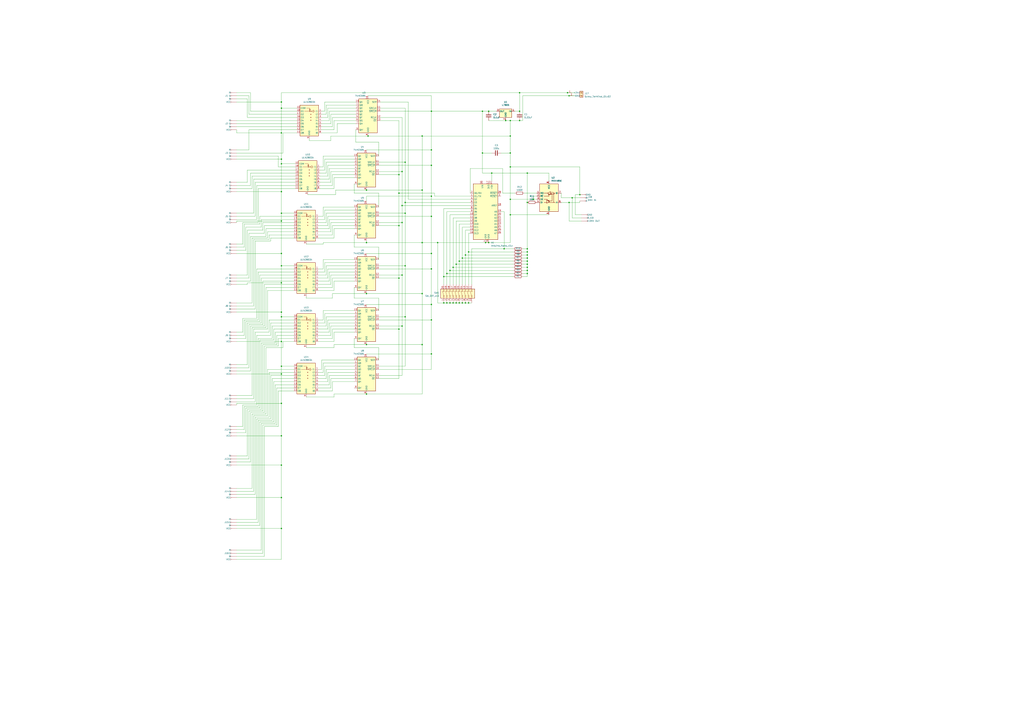
<source format=kicad_sch>
(kicad_sch (version 20230121) (generator eeschema)
  (paper "A1")
  (title_block (comment 1 "http://www.whatimade.today/reading-multiple-bits-using-one-arduino-pin/") (comment 2 "https://forum.arduino.cc/t/dip-switch-with-one-analog-input-code/615221/9") (comment 3 "https://www.instructables.com/Build-Your-Own-DMX-Fixture-Arduino/") (comment 4 "https://www.youtube.com/watch?v=hqVpxCPFaQk&ab_channel=CreativeStuff") (comment 5 "https://timodenk.com/blog/shiftregister-pwm-library/") (comment 6 "https://create.arduino.cc/projecthub/MrElectrouino/arduino-74hc595-rgb-leds-with-20-effects-ec5d39?ref=user&ref_id=419001&offset=0"))
  (lib_symbols
    (symbol "74xx:74HC595"
      (property "Reference" "U" (at -7.62 13.97 0))
      (property "Value" "74HC595" (at -7.62 -16.51 0))
      (symbol "74HC595_1_0"
        (pin tri_state line (at 10.16 7.62 180) (length 2.54) (name "QB") (number "1"))
        (pin input line (at -10.16 2.54 0) (length 2.54) (name "~{SRCLR}") (number "10"))
        (pin input line (at -10.16 5.08 0) (length 2.54) (name "SRCLK") (number "11"))
        (pin input line (at -10.16 -2.54 0) (length 2.54) (name "RCLK") (number "12"))
        (pin input line (at -10.16 -5.08 0) (length 2.54) (name "~{OE}") (number "13"))
        (pin input line (at -10.16 10.16 0) (length 2.54) (name "SER") (number "14"))
        (pin tri_state line (at 10.16 10.16 180) (length 2.54) (name "QA") (number "15"))
        (pin power_in line (at 0 15.24 270) (length 2.54) (name "VCC") (number "16"))
        (pin tri_state line (at 10.16 5.08 180) (length 2.54) (name "QC") (number "2"))
        (pin tri_state line (at 10.16 2.54 180) (length 2.54) (name "QD") (number "3"))
        (pin tri_state line (at 10.16 0 180) (length 2.54) (name "QE") (number "4"))
        (pin tri_state line (at 10.16 -2.54 180) (length 2.54) (name "QF") (number "5"))
        (pin tri_state line (at 10.16 -5.08 180) (length 2.54) (name "QG") (number "6"))
        (pin tri_state line (at 10.16 -7.62 180) (length 2.54) (name "QH") (number "7"))
        (pin power_in line (at 0 -17.78 90) (length 2.54) (name "GND") (number "8"))
        (pin output line (at 10.16 -12.7 180) (length 2.54) (name "QH'") (number "9"))
      )
    )
    (symbol "Conn_01x03_Female_1" (pin_numbers hide) (pin_names (offset 1.016))
      (property "Reference" "J2" (at 2.54 0 0))
      (property "Value" "DMX IN" (at 2.54 -2.54 0))
      (symbol "Conn_01x03_Female_1_1_1"
        (pin passive line (at -5.08 2.54 0) (length 3.81) (name "GND") (number "1"))
        (pin passive line (at -5.08 0 0) (length 3.81) (name "B") (number "2"))
        (pin passive line (at -5.08 -2.54 0) (length 3.81) (name "A") (number "3"))
      )
    )
    (symbol "Conn_01x03_Female_2" (pin_numbers hide) (pin_names (offset 1.016))
      (property "Reference" "J19" (at 1.27 0 0))
      (property "Value" "DMX OUT" (at 1.27 -2.54 0))
      (symbol "Conn_01x03_Female_2_1_1"
        (pin passive line (at -5.08 2.54 0) (length 3.81) (name "GND") (number "1"))
        (pin passive line (at -5.08 0 0) (length 3.81) (name "B") (number "2"))
        (pin passive line (at -5.08 -2.54 0) (length 3.81) (name "A") (number "3"))
      )
    )
    (symbol "Conn_01x04_Female_1" (pin_numbers hide) (pin_names (offset 1.016))
      (property "Reference" "J1" (at -0.635 6.35 0))
      (property "Value" "Conn_01x04_Female" (at 8.89 5.08 0))
      (symbol "Conn_01x04_Female_1_1_1"
        (pin passive line (at -5.08 2.54 0) (length 3.81) (name "R") (number "1"))
        (pin passive line (at -5.08 0 0) (length 3.81) (name "G") (number "2"))
        (pin passive line (at -5.08 -2.54 0) (length 3.81) (name "B") (number "3"))
        (pin passive line (at -5.08 -5.08 0) (length 3.81) (name "VCC") (number "4"))
      )
    )
    (symbol "Conn_01x04_Female_10" (pin_numbers hide) (pin_names (offset 1.016))
      (property "Reference" "J1" (at -0.635 6.35 0))
      (property "Value" "Conn_01x04_Female" (at 8.89 5.08 0))
      (symbol "Conn_01x04_Female_10_1_1"
        (pin passive line (at -5.08 2.54 0) (length 3.81) (name "R") (number "1"))
        (pin passive line (at -5.08 0 0) (length 3.81) (name "G") (number "2"))
        (pin passive line (at -5.08 -2.54 0) (length 3.81) (name "B") (number "3"))
        (pin passive line (at -5.08 -5.08 0) (length 3.81) (name "VCC") (number "4"))
      )
    )
    (symbol "Conn_01x04_Female_11" (pin_numbers hide) (pin_names (offset 1.016))
      (property "Reference" "J1" (at -0.635 6.35 0))
      (property "Value" "Conn_01x04_Female" (at 8.89 5.08 0))
      (symbol "Conn_01x04_Female_11_1_1"
        (pin passive line (at -5.08 2.54 0) (length 3.81) (name "R") (number "1"))
        (pin passive line (at -5.08 0 0) (length 3.81) (name "G") (number "2"))
        (pin passive line (at -5.08 -2.54 0) (length 3.81) (name "B") (number "3"))
        (pin passive line (at -5.08 -5.08 0) (length 3.81) (name "VCC") (number "4"))
      )
    )
    (symbol "Conn_01x04_Female_12" (pin_numbers hide) (pin_names (offset 1.016))
      (property "Reference" "J1" (at -0.635 6.35 0))
      (property "Value" "Conn_01x04_Female" (at 8.89 5.08 0))
      (symbol "Conn_01x04_Female_12_1_1"
        (pin passive line (at -5.08 2.54 0) (length 3.81) (name "R") (number "1"))
        (pin passive line (at -5.08 0 0) (length 3.81) (name "G") (number "2"))
        (pin passive line (at -5.08 -2.54 0) (length 3.81) (name "B") (number "3"))
        (pin passive line (at -5.08 -5.08 0) (length 3.81) (name "VCC") (number "4"))
      )
    )
    (symbol "Conn_01x04_Female_13" (pin_numbers hide) (pin_names (offset 1.016))
      (property "Reference" "J1" (at -0.635 6.35 0))
      (property "Value" "Conn_01x04_Female" (at 8.89 5.08 0))
      (symbol "Conn_01x04_Female_13_1_1"
        (pin passive line (at -5.08 2.54 0) (length 3.81) (name "R") (number "1"))
        (pin passive line (at -5.08 0 0) (length 3.81) (name "G") (number "2"))
        (pin passive line (at -5.08 -2.54 0) (length 3.81) (name "B") (number "3"))
        (pin passive line (at -5.08 -5.08 0) (length 3.81) (name "VCC") (number "4"))
      )
    )
    (symbol "Conn_01x04_Female_14" (pin_numbers hide) (pin_names (offset 1.016))
      (property "Reference" "J1" (at -0.635 6.35 0))
      (property "Value" "Conn_01x04_Female" (at 8.89 5.08 0))
      (symbol "Conn_01x04_Female_14_1_1"
        (pin passive line (at -5.08 2.54 0) (length 3.81) (name "R") (number "1"))
        (pin passive line (at -5.08 0 0) (length 3.81) (name "G") (number "2"))
        (pin passive line (at -5.08 -2.54 0) (length 3.81) (name "B") (number "3"))
        (pin passive line (at -5.08 -5.08 0) (length 3.81) (name "VCC") (number "4"))
      )
    )
    (symbol "Conn_01x04_Female_15" (pin_numbers hide) (pin_names (offset 1.016))
      (property "Reference" "J1" (at -0.635 6.35 0))
      (property "Value" "Conn_01x04_Female" (at 8.89 5.08 0))
      (symbol "Conn_01x04_Female_15_1_1"
        (pin passive line (at -5.08 2.54 0) (length 3.81) (name "R") (number "1"))
        (pin passive line (at -5.08 0 0) (length 3.81) (name "G") (number "2"))
        (pin passive line (at -5.08 -2.54 0) (length 3.81) (name "B") (number "3"))
        (pin passive line (at -5.08 -5.08 0) (length 3.81) (name "VCC") (number "4"))
      )
    )
    (symbol "Conn_01x04_Female_16" (pin_numbers hide) (pin_names (offset 1.016))
      (property "Reference" "J1" (at -0.635 6.35 0))
      (property "Value" "Conn_01x04_Female" (at 8.89 5.08 0))
      (symbol "Conn_01x04_Female_16_1_1"
        (pin passive line (at -5.08 2.54 0) (length 3.81) (name "R") (number "1"))
        (pin passive line (at -5.08 0 0) (length 3.81) (name "G") (number "2"))
        (pin passive line (at -5.08 -2.54 0) (length 3.81) (name "B") (number "3"))
        (pin passive line (at -5.08 -5.08 0) (length 3.81) (name "VCC") (number "4"))
      )
    )
    (symbol "Conn_01x04_Female_2" (pin_numbers hide) (pin_names (offset 1.016))
      (property "Reference" "J1" (at -0.635 6.35 0))
      (property "Value" "Conn_01x04_Female" (at 8.89 5.08 0))
      (symbol "Conn_01x04_Female_2_1_1"
        (pin passive line (at -5.08 2.54 0) (length 3.81) (name "R") (number "1"))
        (pin passive line (at -5.08 0 0) (length 3.81) (name "G") (number "2"))
        (pin passive line (at -5.08 -2.54 0) (length 3.81) (name "B") (number "3"))
        (pin passive line (at -5.08 -5.08 0) (length 3.81) (name "VCC") (number "4"))
      )
    )
    (symbol "Conn_01x04_Female_3" (pin_numbers hide) (pin_names (offset 1.016))
      (property "Reference" "J1" (at -0.635 6.35 0))
      (property "Value" "Conn_01x04_Female" (at 8.89 5.08 0))
      (symbol "Conn_01x04_Female_3_1_1"
        (pin passive line (at -5.08 2.54 0) (length 3.81) (name "R") (number "1"))
        (pin passive line (at -5.08 0 0) (length 3.81) (name "G") (number "2"))
        (pin passive line (at -5.08 -2.54 0) (length 3.81) (name "B") (number "3"))
        (pin passive line (at -5.08 -5.08 0) (length 3.81) (name "VCC") (number "4"))
      )
    )
    (symbol "Conn_01x04_Female_4" (pin_numbers hide) (pin_names (offset 1.016))
      (property "Reference" "J1" (at -0.635 6.35 0))
      (property "Value" "Conn_01x04_Female" (at 8.89 5.08 0))
      (symbol "Conn_01x04_Female_4_1_1"
        (pin passive line (at -5.08 2.54 0) (length 3.81) (name "R") (number "1"))
        (pin passive line (at -5.08 0 0) (length 3.81) (name "G") (number "2"))
        (pin passive line (at -5.08 -2.54 0) (length 3.81) (name "B") (number "3"))
        (pin passive line (at -5.08 -5.08 0) (length 3.81) (name "VCC") (number "4"))
      )
    )
    (symbol "Conn_01x04_Female_5" (pin_numbers hide) (pin_names (offset 1.016))
      (property "Reference" "J1" (at -0.635 6.35 0))
      (property "Value" "Conn_01x04_Female" (at 8.89 5.08 0))
      (symbol "Conn_01x04_Female_5_1_1"
        (pin passive line (at -5.08 2.54 0) (length 3.81) (name "R") (number "1"))
        (pin passive line (at -5.08 0 0) (length 3.81) (name "G") (number "2"))
        (pin passive line (at -5.08 -2.54 0) (length 3.81) (name "B") (number "3"))
        (pin passive line (at -5.08 -5.08 0) (length 3.81) (name "VCC") (number "4"))
      )
    )
    (symbol "Conn_01x04_Female_6" (pin_numbers hide) (pin_names (offset 1.016))
      (property "Reference" "J1" (at -0.635 6.35 0))
      (property "Value" "Conn_01x04_Female" (at 8.89 5.08 0))
      (symbol "Conn_01x04_Female_6_1_1"
        (pin passive line (at -5.08 2.54 0) (length 3.81) (name "R") (number "1"))
        (pin passive line (at -5.08 0 0) (length 3.81) (name "G") (number "2"))
        (pin passive line (at -5.08 -2.54 0) (length 3.81) (name "B") (number "3"))
        (pin passive line (at -5.08 -5.08 0) (length 3.81) (name "VCC") (number "4"))
      )
    )
    (symbol "Conn_01x04_Female_7" (pin_numbers hide) (pin_names (offset 1.016))
      (property "Reference" "J1" (at -0.635 6.35 0))
      (property "Value" "Conn_01x04_Female" (at 8.89 5.08 0))
      (symbol "Conn_01x04_Female_7_1_1"
        (pin passive line (at -5.08 2.54 0) (length 3.81) (name "R") (number "1"))
        (pin passive line (at -5.08 0 0) (length 3.81) (name "G") (number "2"))
        (pin passive line (at -5.08 -2.54 0) (length 3.81) (name "B") (number "3"))
        (pin passive line (at -5.08 -5.08 0) (length 3.81) (name "VCC") (number "4"))
      )
    )
    (symbol "Conn_01x04_Female_8" (pin_numbers hide) (pin_names (offset 1.016))
      (property "Reference" "J1" (at -0.635 6.35 0))
      (property "Value" "Conn_01x04_Female" (at 8.89 5.08 0))
      (symbol "Conn_01x04_Female_8_1_1"
        (pin passive line (at -5.08 2.54 0) (length 3.81) (name "R") (number "1"))
        (pin passive line (at -5.08 0 0) (length 3.81) (name "G") (number "2"))
        (pin passive line (at -5.08 -2.54 0) (length 3.81) (name "B") (number "3"))
        (pin passive line (at -5.08 -5.08 0) (length 3.81) (name "VCC") (number "4"))
      )
    )
    (symbol "Conn_01x04_Female_9" (pin_numbers hide) (pin_names (offset 1.016))
      (property "Reference" "J1" (at -0.635 6.35 0))
      (property "Value" "Conn_01x04_Female" (at 8.89 5.08 0))
      (symbol "Conn_01x04_Female_9_1_1"
        (pin passive line (at -5.08 2.54 0) (length 3.81) (name "R") (number "1"))
        (pin passive line (at -5.08 0 0) (length 3.81) (name "G") (number "2"))
        (pin passive line (at -5.08 -2.54 0) (length 3.81) (name "B") (number "3"))
        (pin passive line (at -5.08 -5.08 0) (length 3.81) (name "VCC") (number "4"))
      )
    )
    (symbol "Connector:Screw_Terminal_01x02" (pin_names (offset 1.016))
      (property "Reference" "J1" (at 0 2.54 0))
      (property "Value" "Screw_Terminal_01x02" (at 0 -5.08 0))
      (symbol "Screw_Terminal_01x02_1_1"
        (pin passive line (at -11.43 0 0) (length 3.81) (name "+24V") (number "1"))
        (pin passive line (at -10.16 -2.54 0) (length 3.81) (name "GND") (number "2"))
      )
    )
    (symbol "Device:C" (pin_numbers hide) (pin_names (offset 0.254))
      (property "Reference" "C" (at 0.635 2.54 0))
      (property "Value" "C" (at 0.635 -2.54 0))
      (symbol "C_1_1"
        (pin passive line (at 0 3.81 270) (length 2.794) (name "~") (number "1"))
        (pin passive line (at 0 -3.81 90) (length 2.794) (name "~") (number "2"))
      )
    )
    (symbol "Device:R" (pin_numbers hide) (pin_names (offset 0))
      (property "Reference" "R" (at 2.032 0 90))
      (property "Value" "R" (at 0 0 90))
      (symbol "R_1_1"
        (pin passive line (at 0 3.81 270) (length 1.27) (name "~") (number "1"))
        (pin passive line (at 0 -3.81 90) (length 1.27) (name "~") (number "2"))
      )
    )
    (symbol "Interface_UART:MAX485E"
      (property "Reference" "U" (at -6.096 11.43 0))
      (property "Value" "MAX485E" (at 0.762 11.43 0))
      (symbol "MAX485E_1_1"
        (pin output line (at -10.16 2.54 0) (length 2.54) (name "RO") (number "1"))
        (pin input line (at -10.16 0 0) (length 2.54) (name "~{RE}") (number "2"))
        (pin input line (at -10.16 -2.54 0) (length 2.54) (name "DE") (number "3"))
        (pin input line (at -10.16 -5.08 0) (length 2.54) (name "DI") (number "4"))
        (pin power_in line (at 0 -15.24 90) (length 2.54) (name "GND") (number "5"))
        (pin bidirectional line (at 10.16 -5.08 180) (length 2.54) (name "A") (number "6"))
        (pin bidirectional line (at 10.16 2.54 180) (length 2.54) (name "B") (number "7"))
        (pin power_in line (at 0 12.7 270) (length 2.54) (name "VCC") (number "8"))
      )
    )
    (symbol "MCU_Module:Arduino_Nano_v3.x"
      (property "Reference" "A" (at -10.16 23.495 0))
      (property "Value" "Arduino_Nano_v3.x" (at 5.08 -24.13 0))
      (symbol "Arduino_Nano_v3.x_1_1"
        (pin bidirectional line (at -12.7 12.7 0) (length 2.54) (name "D1/TX") (number "1"))
        (pin bidirectional line (at -12.7 -2.54 0) (length 2.54) (name "D7") (number "10"))
        (pin bidirectional line (at -12.7 -5.08 0) (length 2.54) (name "D8") (number "11"))
        (pin bidirectional line (at -12.7 -7.62 0) (length 2.54) (name "D9") (number "12"))
        (pin bidirectional line (at -12.7 -10.16 0) (length 2.54) (name "D10") (number "13"))
        (pin bidirectional line (at -12.7 -12.7 0) (length 2.54) (name "D11") (number "14"))
        (pin bidirectional line (at -12.7 -15.24 0) (length 2.54) (name "D12") (number "15"))
        (pin bidirectional line (at -12.7 -17.78 0) (length 2.54) (name "D13") (number "16"))
        (pin power_out line (at 2.54 25.4 270) (length 2.54) (name "3V3") (number "17"))
        (pin input line (at 12.7 5.08 180) (length 2.54) (name "AREF") (number "18"))
        (pin bidirectional line (at 12.7 0 180) (length 2.54) (name "A0") (number "19"))
        (pin bidirectional line (at -12.7 15.24 0) (length 2.54) (name "D0/RX") (number "2"))
        (pin bidirectional line (at 12.7 -2.54 180) (length 2.54) (name "A1") (number "20"))
        (pin bidirectional line (at 12.7 -5.08 180) (length 2.54) (name "A2") (number "21"))
        (pin bidirectional line (at 12.7 -7.62 180) (length 2.54) (name "A3") (number "22"))
        (pin bidirectional line (at 12.7 -10.16 180) (length 2.54) (name "A4") (number "23"))
        (pin bidirectional line (at 12.7 -12.7 180) (length 2.54) (name "A5") (number "24"))
        (pin bidirectional line (at 12.7 -15.24 180) (length 2.54) (name "A6") (number "25"))
        (pin bidirectional line (at 12.7 -17.78 180) (length 2.54) (name "A7") (number "26"))
        (pin power_out line (at 5.08 25.4 270) (length 2.54) (name "+5V") (number "27"))
        (pin input line (at 12.7 15.24 180) (length 2.54) (name "~{RESET}") (number "28"))
        (pin power_in line (at 2.54 -25.4 90) (length 2.54) (name "GND") (number "29"))
        (pin input line (at 12.7 12.7 180) (length 2.54) (name "~{RESET}") (number "3"))
        (pin power_in line (at -2.54 25.4 270) (length 2.54) (name "VIN") (number "30"))
        (pin power_in line (at 0 -25.4 90) (length 2.54) (name "GND") (number "4"))
        (pin bidirectional line (at -12.7 10.16 0) (length 2.54) (name "D2") (number "5"))
        (pin bidirectional line (at -12.7 7.62 0) (length 2.54) (name "D3") (number "6"))
        (pin bidirectional line (at -12.7 5.08 0) (length 2.54) (name "D4") (number "7"))
        (pin bidirectional line (at -12.7 2.54 0) (length 2.54) (name "D5") (number "8"))
        (pin bidirectional line (at -12.7 0 0) (length 2.54) (name "D6") (number "9"))
      )
    )
    (symbol "Regulator_Linear:L7805" (pin_names (offset 0.254))
      (property "Reference" "U" (at -3.81 3.175 0))
      (property "Value" "L7805" (at 0 3.175 0))
      (symbol "L7805_1_1"
        (pin power_in line (at -7.62 0 0) (length 2.54) (name "IN") (number "1"))
        (pin power_in line (at 0 -7.62 90) (length 2.54) (name "GND") (number "2"))
        (pin power_out line (at 7.62 0 180) (length 2.54) (name "OUT") (number "3"))
      )
    )
    (symbol "Switch:SW_DIP_x10" (pin_names (offset 0) hide)
      (property "Reference" "SW" (at 0 16.51 0))
      (property "Value" "SW_DIP_x10" (at 0 -13.97 0))
      (symbol "SW_DIP_x10_1_1"
        (pin passive line (at -7.62 12.7 0) (length 5.08) (name "~") (number "1"))
        (pin passive line (at -7.62 -10.16 0) (length 5.08) (name "~") (number "10"))
        (pin passive line (at 7.62 -10.16 180) (length 5.08) (name "~") (number "11"))
        (pin passive line (at 7.62 -7.62 180) (length 5.08) (name "~") (number "12"))
        (pin passive line (at 7.62 -5.08 180) (length 5.08) (name "~") (number "13"))
        (pin passive line (at 7.62 -2.54 180) (length 5.08) (name "~") (number "14"))
        (pin passive line (at 7.62 0 180) (length 5.08) (name "~") (number "15"))
        (pin passive line (at 7.62 2.54 180) (length 5.08) (name "~") (number "16"))
        (pin passive line (at 7.62 5.08 180) (length 5.08) (name "~") (number "17"))
        (pin passive line (at 7.62 7.62 180) (length 5.08) (name "~") (number "18"))
        (pin passive line (at 7.62 10.16 180) (length 5.08) (name "~") (number "19"))
        (pin passive line (at -7.62 10.16 0) (length 5.08) (name "~") (number "2"))
        (pin passive line (at 7.62 12.7 180) (length 5.08) (name "~") (number "20"))
        (pin passive line (at -7.62 7.62 0) (length 5.08) (name "~") (number "3"))
        (pin passive line (at -7.62 5.08 0) (length 5.08) (name "~") (number "4"))
        (pin passive line (at -7.62 2.54 0) (length 5.08) (name "~") (number "5"))
        (pin passive line (at -7.62 0 0) (length 5.08) (name "~") (number "6"))
        (pin passive line (at -7.62 -2.54 0) (length 5.08) (name "~") (number "7"))
        (pin passive line (at -7.62 -5.08 0) (length 5.08) (name "~") (number "8"))
        (pin passive line (at -7.62 -7.62 0) (length 5.08) (name "~") (number "9"))
      )
    )
    (symbol "Transistor_Array:ULN2803A"
      (property "Reference" "U" (at 0 13.335 0))
      (property "Value" "ULN2803A" (at 0 11.43 0))
      (symbol "ULN2803A_1_1"
        (pin input line (at -10.16 5.08 0) (length 2.54) (name "I1") (number "1"))
        (pin passive line (at 10.16 7.62 180) (length 2.54) (name "COM") (number "10"))
        (pin open_collector line (at 10.16 -12.7 180) (length 2.54) (name "O8") (number "11"))
        (pin open_collector line (at 10.16 -10.16 180) (length 2.54) (name "O7") (number "12"))
        (pin open_collector line (at 10.16 -7.62 180) (length 2.54) (name "O6") (number "13"))
        (pin open_collector line (at 10.16 -5.08 180) (length 2.54) (name "O5") (number "14"))
        (pin open_collector line (at 10.16 -2.54 180) (length 2.54) (name "O4") (number "15"))
        (pin open_collector line (at 10.16 0 180) (length 2.54) (name "O3") (number "16"))
        (pin open_collector line (at 10.16 2.54 180) (length 2.54) (name "O2") (number "17"))
        (pin open_collector line (at 10.16 5.08 180) (length 2.54) (name "O1") (number "18"))
        (pin input line (at -10.16 2.54 0) (length 2.54) (name "I2") (number "2"))
        (pin input line (at -10.16 0 0) (length 2.54) (name "I3") (number "3"))
        (pin input line (at -10.16 -2.54 0) (length 2.54) (name "I4") (number "4"))
        (pin input line (at -10.16 -5.08 0) (length 2.54) (name "I5") (number "5"))
        (pin input line (at -10.16 -7.62 0) (length 2.54) (name "I6") (number "6"))
        (pin input line (at -10.16 -10.16 0) (length 2.54) (name "I7") (number "7"))
        (pin input line (at -10.16 -12.7 0) (length 2.54) (name "I8") (number "8"))
        (pin power_in line (at 0 -17.78 90) (length 2.54) (name "GND") (number "9"))
      )
    )
  )
  (junction (at 433.07 142.24))
  (junction (at 327.66 270.51))
  (junction (at 330.2 140.97))
  (junction (at 302.26 111.76))
  (junction (at 364.49 248.92))
  (junction (at 398.78 199.39))
  (junction (at 327.66 143.51))
  (junction (at 438.15 163.83))
  (junction (at 354.33 177.8))
  (junction (at 300.99 323.85))
  (junction (at 354.33 135.89))
  (junction (at 300.99 283.21))
  (junction (at 231.14 134.62))
  (junction (at 332.74 133.35))
  (junction (at 401.32 199.39))
  (junction (at 332.74 175.26))
  (junction (at 354.33 262.89))
  (junction (at 364.49 227.33))
  (junction (at 231.14 331.47))
  (junction (at 231.14 83.82))
  (junction (at 466.09 76.2))
  (junction (at 354.33 290.83))
  (junction (at 377.19 214.63))
  (junction (at 231.14 175.26))
  (junction (at 433.07 212.09))
  (junction (at 433.07 207.01))
  (junction (at 382.27 209.55))
  (junction (at 231.14 300.99))
  (junction (at 403.86 142.24))
  (junction (at 415.29 99.06))
  (junction (at 346.71 241.3))
  (junction (at 330.2 267.97))
  (junction (at 367.03 248.92))
  (junction (at 300.99 199.39))
  (junction (at 332.74 260.35))
  (junction (at 384.81 207.01))
  (junction (at 359.41 199.39))
  (junction (at 433.07 166.37))
  (junction (at 372.11 219.71))
  (junction (at 374.65 217.17))
  (junction (at 332.74 218.44))
  (junction (at 354.33 91.44))
  (junction (at 419.1 111.76))
  (junction (at 327.66 228.6))
  (junction (at 354.33 208.28))
  (junction (at 354.33 220.98))
  (junction (at 419.1 163.83))
  (junction (at 433.07 222.25))
  (junction (at 433.07 214.63))
  (junction (at 419.1 137.16))
  (junction (at 433.07 217.17))
  (junction (at 426.72 91.44))
  (junction (at 327.66 158.75))
  (junction (at 467.36 78.74))
  (junction (at 377.19 248.92))
  (junction (at 419.1 99.06))
  (junction (at 426.72 99.06))
  (junction (at 346.71 283.21))
  (junction (at 231.14 358.14))
  (junction (at 231.14 434.34))
  (junction (at 231.14 88.9))
  (junction (at 372.11 248.92))
  (junction (at 231.14 280.67))
  (junction (at 419.1 125.73))
  (junction (at 419.1 176.53))
  (junction (at 354.33 161.29))
  (junction (at 426.72 76.2))
  (junction (at 300.99 241.3))
  (junction (at 379.73 248.92))
  (junction (at 231.14 256.54))
  (junction (at 300.99 156.21))
  (junction (at 231.14 130.81))
  (junction (at 330.2 226.06))
  (junction (at 469.9 162.56))
  (junction (at 354.33 123.19))
  (junction (at 476.25 160.02))
  (junction (at 330.2 182.88))
  (junction (at 382.27 248.92))
  (junction (at 231.14 181.61))
  (junction (at 346.71 156.21))
  (junction (at 346.71 199.39))
  (junction (at 384.81 248.92))
  (junction (at 231.14 218.44))
  (junction (at 231.14 408.94))
  (junction (at 369.57 248.92))
  (junction (at 396.24 125.73))
  (junction (at 374.65 248.92))
  (junction (at 401.32 91.44))
  (junction (at 231.14 232.41))
  (junction (at 414.02 204.47))
  (junction (at 379.73 212.09))
  (junction (at 332.74 166.37))
  (junction (at 433.07 219.71))
  (junction (at 396.24 91.44))
  (junction (at 231.14 382.27))
  (junction (at 433.07 204.47))
  (junction (at 231.14 307.34))
  (junction (at 354.33 250.19))
  (junction (at 231.14 208.28))
  (junction (at 369.57 222.25))
  (junction (at 433.07 224.79))
  (junction (at 433.07 209.55))
  (junction (at 327.66 185.42))
  (junction (at 367.03 224.79))
  (junction (at 330.2 168.91))
  (junction (at 231.14 157.48))
  (junction (at 231.14 109.22))
  (junction (at 231.14 260.35))
  (junction (at 346.71 111.76))
  (junction (at 467.36 166.37))
  (wire (pts (xy 469.9 179.07) (xy 469.9 162.56)))
  (wire (pts (xy 332.74 300.99) (xy 311.15 300.99)))
  (wire (pts (xy 354.33 290.83) (xy 354.33 303.53)))
  (wire (pts (xy 271.78 182.88) (xy 271.78 190.5)))
  (wire (pts (xy 241.3 177.8) (xy 213.36 177.8)))
  (wire (pts (xy 374.65 181.61) (xy 374.65 217.17)))
  (wire (pts (xy 215.9 337.82) (xy 204.47 337.82)))
  (wire (pts (xy 194.31 83.82) (xy 231.14 83.82)))
  (wire (pts (xy 194.31 181.61) (xy 231.14 181.61)))
  (wire (pts (xy 194.31 78.74) (xy 204.47 78.74)))
  (wire (pts (xy 419.1 176.53) (xy 419.1 199.39)))
  (wire (pts (xy 472.44 160.02) (xy 472.44 176.53)))
  (wire (pts (xy 267.97 86.36) (xy 267.97 93.98)))
  (wire (pts (xy 356.87 158.75) (xy 356.87 161.29)))
  (wire (pts (xy 209.55 406.4) (xy 194.31 406.4)))
  (wire (pts (xy 330.2 182.88) (xy 330.2 168.91)))
  (wire (pts (xy 274.32 326.39) (xy 274.32 323.85)))
  (wire (pts (xy 231.14 307.34) (xy 231.14 331.47)))
  (wire (pts (xy 212.09 182.88) (xy 199.39 182.88)))
  (wire (pts (xy 327.66 158.75) (xy 356.87 158.75)))
  (wire (pts (xy 241.3 316.23) (xy 226.06 316.23)))
  (wire (pts (xy 205.74 142.24) (xy 205.74 152.4)))
  (wire (pts (xy 219.71 195.58) (xy 207.01 195.58)))
  (wire (pts (xy 379.73 212.09) (xy 379.73 233.68)))
  (wire (pts (xy 217.17 185.42) (xy 217.17 191.77)))
  (wire (pts (xy 433.07 142.24) (xy 433.07 166.37)))
  (wire (pts (xy 262.89 154.94) (xy 274.32 154.94)))
  (wire (pts (xy 271.78 226.06) (xy 271.78 233.68)))
  (wire (pts (xy 330.2 96.52) (xy 312.42 96.52)))
  (wire (pts (xy 261.62 280.67) (xy 274.32 280.67)))
  (wire (pts (xy 377.19 214.63) (xy 421.64 214.63)))
  (wire (pts (xy 311.15 218.44) (xy 332.74 218.44)))
  (wire (pts (xy 302.26 111.76) (xy 271.78 111.76)))
  (wire (pts (xy 433.07 166.37) (xy 433.07 204.47)))
  (wire (pts (xy 386.08 179.07) (xy 372.11 179.07)))
  (wire (pts (xy 194.31 233.68) (xy 203.2 233.68)))
  (wire (pts (xy 300.99 241.3) (xy 273.05 241.3)))
  (wire (pts (xy 372.11 219.71) (xy 421.64 219.71)))
  (wire (pts (xy 354.33 91.44) (xy 354.33 123.19)))
  (wire (pts (xy 275.59 160.02) (xy 275.59 156.21)))
  (wire (pts (xy 194.31 123.19) (xy 204.47 123.19)))
  (wire (pts (xy 290.83 306.07) (xy 269.24 306.07)))
  (wire (pts (xy 290.83 180.34) (xy 270.51 180.34)))
  (wire (pts (xy 241.3 278.13) (xy 228.6 278.13)))
  (wire (pts (xy 300.99 283.21) (xy 346.71 283.21)))
  (wire (pts (xy 218.44 340.36) (xy 207.01 340.36)))
  (wire (pts (xy 440.69 161.29) (xy 438.15 161.29)))
  (wire (pts (xy 213.36 226.06) (xy 213.36 264.16)))
  (wire (pts (xy 231.14 88.9) (xy 231.14 109.22)))
  (wire (pts (xy 220.98 262.89) (xy 220.98 273.05)))
  (wire (pts (xy 274.32 195.58) (xy 274.32 187.96)))
  (wire (pts (xy 241.3 182.88) (xy 215.9 182.88)))
  (wire (pts (xy 300.99 123.19) (xy 354.33 123.19)))
  (wire (pts (xy 243.84 93.98) (xy 204.47 93.98)))
  (wire (pts (xy 217.17 339.09) (xy 205.74 339.09)))
  (wire (pts (xy 261.62 275.59) (xy 271.78 275.59)))
  (wire (pts (xy 226.06 281.94) (xy 214.63 281.94)))
  (wire (pts (xy 241.3 311.15) (xy 223.52 311.15)))
  (wire (pts (xy 426.72 76.2) (xy 466.09 76.2)))
  (wire (pts (xy 433.07 217.17) (xy 433.07 219.71)))
  (wire (pts (xy 242.57 154.94) (xy 212.09 154.94)))
  (wire (pts (xy 194.31 331.47) (xy 194.31 332.74)))
  (wire (pts (xy 330.2 226.06) (xy 311.15 226.06)))
  (wire (pts (xy 266.7 265.43) (xy 261.62 265.43)))
  (wire (pts (xy 273.05 278.13) (xy 261.62 278.13)))
  (wire (pts (xy 270.51 265.43) (xy 270.51 273.05)))
  (wire (pts (xy 215.9 189.23) (xy 203.2 189.23)))
  (wire (pts (xy 374.65 248.92) (xy 377.19 248.92)))
  (wire (pts (xy 261.62 303.53) (xy 264.16 303.53)))
  (wire (pts (xy 292.1 96.52) (xy 273.05 96.52)))
  (wire (pts (xy 377.19 214.63) (xy 377.19 233.68)))
  (wire (pts (xy 203.2 139.7) (xy 203.2 149.86)))
  (wire (pts (xy 232.41 109.22) (xy 232.41 125.73)))
  (wire (pts (xy 208.28 196.85) (xy 208.28 251.46)))
  (wire (pts (xy 265.43 306.07) (xy 261.62 306.07)))
  (wire (pts (xy 327.66 228.6) (xy 327.66 270.51)))
  (wire (pts (xy 379.73 186.69) (xy 379.73 212.09)))
  (wire (pts (xy 372.11 219.71) (xy 372.11 233.68)))
  (wire (pts (xy 220.98 273.05) (xy 209.55 273.05)))
  (wire (pts (xy 214.63 186.69) (xy 201.93 186.69)))
  (wire (pts (xy 261.62 195.58) (xy 274.32 195.58)))
  (wire (pts (xy 386.08 166.37) (xy 332.74 166.37)))
  (wire (pts (xy 231.14 88.9) (xy 243.84 88.9)))
  (wire (pts (xy 382.27 189.23) (xy 382.27 209.55)))
  (wire (pts (xy 290.83 203.2) (xy 311.15 203.2)))
  (wire (pts (xy 311.15 308.61) (xy 330.2 308.61)))
  (wire (pts (xy 241.3 270.51) (xy 224.79 270.51)))
  (wire (pts (xy 290.83 193.04) (xy 290.83 203.2)))
  (wire (pts (xy 266.7 308.61) (xy 261.62 308.61)))
  (wire (pts (xy 396.24 91.44) (xy 401.32 91.44)))
  (wire (pts (xy 194.31 106.68) (xy 194.31 109.22)))
  (wire (pts (xy 208.28 270.51) (xy 208.28 327.66)))
  (wire (pts (xy 207.01 144.78) (xy 207.01 154.94)))
  (wire (pts (xy 269.24 185.42) (xy 261.62 185.42)))
  (wire (pts (xy 226.06 347.98) (xy 214.63 347.98)))
  (wire (pts (xy 204.47 337.82) (xy 204.47 377.19)))
  (wire (pts (xy 200.66 184.15) (xy 200.66 203.2)))
  (wire (pts (xy 270.51 180.34) (xy 270.51 187.96)))
  (wire (pts (xy 290.83 300.99) (xy 266.7 300.99)))
  (wire (pts (xy 261.62 226.06) (xy 267.97 226.06)))
  (wire (pts (xy 312.42 99.06) (xy 327.66 99.06)))
  (wire (pts (xy 274.32 283.21) (xy 274.32 285.75)))
  (wire (pts (xy 194.31 130.81) (xy 231.14 130.81)))
  (wire (pts (xy 290.83 311.15) (xy 271.78 311.15)))
  (wire (pts (xy 209.55 177.8) (xy 194.31 177.8)))
  (wire (pts (xy 231.14 83.82) (xy 231.14 76.2)))
  (wire (pts (xy 419.1 125.73) (xy 419.1 137.16)))
  (wire (pts (xy 382.27 209.55) (xy 421.64 209.55)))
  (wire (pts (xy 429.26 224.79) (xy 433.07 224.79)))
  (wire (pts (xy 346.71 199.39) (xy 346.71 241.3)))
  (wire (pts (xy 194.31 128.27) (xy 228.6 128.27)))
  (wire (pts (xy 429.26 78.74) (xy 467.36 78.74)))
  (wire (pts (xy 194.31 152.4) (xy 205.74 152.4)))
  (wire (pts (xy 374.65 217.17) (xy 374.65 233.68)))
  (wire (pts (xy 311.15 285.75) (xy 311.15 295.91)))
  (wire (pts (xy 433.07 222.25) (xy 433.07 224.79)))
  (wire (pts (xy 228.6 137.16) (xy 228.6 128.27)))
  (wire (pts (xy 429.26 209.55) (xy 433.07 209.55)))
  (wire (pts (xy 207.01 195.58) (xy 207.01 248.92)))
  (wire (pts (xy 414.02 173.99) (xy 414.02 204.47)))
  (wire (pts (xy 194.31 431.8) (xy 213.36 431.8)))
  (wire (pts (xy 386.08 191.77) (xy 384.81 191.77)))
  (wire (pts (xy 219.71 238.76) (xy 219.71 270.51)))
  (wire (pts (xy 217.17 191.77) (xy 204.47 191.77)))
  (wire (pts (xy 429.26 78.74) (xy 429.26 99.06)))
  (wire (pts (xy 403.86 142.24) (xy 396.24 142.24)))
  (wire (pts (xy 438.15 161.29) (xy 438.15 163.83)))
  (wire (pts (xy 266.7 91.44) (xy 266.7 83.82)))
  (wire (pts (xy 290.83 303.53) (xy 267.97 303.53)))
  (wire (pts (xy 354.33 161.29) (xy 354.33 177.8)))
  (wire (pts (xy 335.28 83.82) (xy 312.42 83.82)))
  (wire (pts (xy 194.31 256.54) (xy 231.14 256.54)))
  (wire (pts (xy 271.78 111.76) (xy 271.78 115.57)))
  (wire (pts (xy 429.26 207.01) (xy 433.07 207.01)))
  (wire (pts (xy 433.07 142.24) (xy 450.85 142.24)))
  (wire (pts (xy 290.83 172.72) (xy 266.7 172.72)))
  (wire (pts (xy 261.62 238.76) (xy 274.32 238.76)))
  (wire (pts (xy 477.52 181.61) (xy 467.36 181.61)))
  (wire (pts (xy 379.73 248.92) (xy 382.27 248.92)))
  (wire (pts (xy 241.3 275.59) (xy 227.33 275.59)))
  (wire (pts (xy 266.7 215.9) (xy 266.7 223.52)))
  (wire (pts (xy 194.31 382.27) (xy 231.14 382.27)))
  (wire (pts (xy 194.31 459.74) (xy 231.14 459.74)))
  (wire (pts (xy 265.43 199.39) (xy 300.99 199.39)))
  (wire (pts (xy 311.15 116.84) (xy 311.15 128.27)))
  (wire (pts (xy 472.44 176.53) (xy 477.52 176.53)))
  (wire (pts (xy 346.71 111.76) (xy 346.71 156.21)))
  (wire (pts (xy 476.25 137.16) (xy 419.1 137.16)))
  (wire (pts (xy 354.33 250.19) (xy 354.33 262.89)))
  (wire (pts (xy 201.93 278.13) (xy 201.93 264.16)))
  (wire (pts (xy 412.75 138.43) (xy 412.75 158.75)))
  (wire (pts (xy 271.78 318.77) (xy 261.62 318.77)))
  (wire (pts (xy 232.41 280.67) (xy 232.41 285.75)))
  (wire (pts (xy 201.93 264.16) (xy 213.36 264.16)))
  (wire (pts (xy 201.93 335.28) (xy 201.93 355.6)))
  (wire (pts (xy 369.57 222.25) (xy 369.57 233.68)))
  (wire (pts (xy 384.81 207.01) (xy 384.81 233.68)))
  (wire (pts (xy 269.24 135.89) (xy 269.24 144.78)))
  (wire (pts (xy 210.82 344.17) (xy 210.82 426.72)))
  (wire (pts (xy 386.08 173.99) (xy 367.03 173.99)))
  (wire (pts (xy 226.06 316.23) (xy 226.06 347.98)))
  (wire (pts (xy 224.79 313.69) (xy 224.79 346.71)))
  (wire (pts (xy 262.89 147.32) (xy 270.51 147.32)))
  (wire (pts (xy 264.16 101.6) (xy 271.78 101.6)))
  (wire (pts (xy 290.83 135.89) (xy 269.24 135.89)))
  (wire (pts (xy 330.2 308.61) (xy 330.2 267.97)))
  (wire (pts (xy 194.31 374.65) (xy 203.2 374.65)))
  (wire (pts (xy 231.14 76.2) (xy 426.72 76.2)))
  (wire (pts (xy 414.02 173.99) (xy 411.48 173.99)))
  (wire (pts (xy 332.74 166.37) (xy 332.74 133.35)))
  (wire (pts (xy 194.31 76.2) (xy 205.74 76.2)))
  (wire (pts (xy 264.16 295.91) (xy 264.16 303.53)))
  (wire (pts (xy 231.14 358.14) (xy 231.14 382.27)))
  (wire (pts (xy 311.15 158.75) (xy 311.15 170.18)))
  (wire (pts (xy 422.91 91.44) (xy 426.72 91.44)))
  (wire (pts (xy 194.31 307.34) (xy 231.14 307.34)))
  (wire (pts (xy 262.89 152.4) (xy 273.05 152.4)))
  (wire (pts (xy 403.86 148.59) (xy 403.86 142.24)))
  (wire (pts (xy 199.39 332.74) (xy 199.39 350.52)))
  (wire (pts (xy 290.83 278.13) (xy 290.83 285.75)))
  (wire (pts (xy 220.98 342.9) (xy 209.55 342.9)))
  (wire (pts (xy 290.83 138.43) (xy 270.51 138.43)))
  (wire (pts (xy 290.83 285.75) (xy 311.15 285.75)))
  (wire (pts (xy 267.97 218.44) (xy 267.97 226.06)))
  (wire (pts (xy 369.57 222.25) (xy 421.64 222.25)))
  (wire (pts (xy 220.98 193.04) (xy 220.98 196.85)))
  (wire (pts (xy 217.17 350.52) (xy 217.17 457.2)))
  (wire (pts (xy 477.52 179.07) (xy 469.9 179.07)))
  (wire (pts (xy 251.46 243.84) (xy 251.46 245.11)))
  (wire (pts (xy 300.99 199.39) (xy 300.99 198.12)))
  (wire (pts (xy 275.59 156.21) (xy 300.99 156.21)))
  (wire (pts (xy 311.15 303.53) (xy 354.33 303.53)))
  (wire (pts (xy 261.62 190.5) (xy 271.78 190.5)))
  (wire (pts (xy 330.2 168.91) (xy 330.2 140.97)))
  (wire (pts (xy 271.78 93.98) (xy 271.78 101.6)))
  (wire (pts (xy 261.62 262.89) (xy 265.43 262.89)))
  (wire (pts (xy 218.44 236.22) (xy 218.44 269.24)))
  (wire (pts (xy 265.43 170.18) (xy 265.43 177.8)))
  (wire (pts (xy 290.83 255.27) (xy 265.43 255.27)))
  (wire (pts (xy 433.07 207.01) (xy 433.07 209.55)))
  (wire (pts (xy 276.86 109.22) (xy 276.86 101.6)))
  (wire (pts (xy 208.28 147.32) (xy 208.28 175.26)))
  (wire (pts (xy 311.15 311.15) (xy 327.66 311.15)))
  (wire (pts (xy 429.26 99.06) (xy 426.72 99.06)))
  (wire (pts (xy 386.08 184.15) (xy 377.19 184.15)))
  (wire (pts (xy 266.7 257.81) (xy 266.7 265.43)))
  (wire (pts (xy 212.09 223.52) (xy 212.09 262.89)))
  (wire (pts (xy 209.55 342.9) (xy 209.55 406.4)))
  (wire (pts (xy 242.57 137.16) (xy 228.6 137.16)))
  (wire (pts (xy 429.26 219.71) (xy 433.07 219.71)))
  (wire (pts (xy 273.05 193.04) (xy 261.62 193.04)))
  (wire (pts (xy 292.1 91.44) (xy 270.51 91.44)))
  (wire (pts (xy 419.1 99.06) (xy 419.1 111.76)))
  (wire (pts (xy 267.97 182.88) (xy 261.62 182.88)))
  (wire (pts (xy 270.51 308.61) (xy 270.51 316.23)))
  (wire (pts (xy 386.08 171.45) (xy 364.49 171.45)))
  (wire (pts (xy 231.14 300.99) (xy 241.3 300.99)))
  (wire (pts (xy 214.63 347.98) (xy 214.63 452.12)))
  (wire (pts (xy 467.36 181.61) (xy 467.36 166.37)))
  (wire (pts (xy 386.08 186.69) (xy 379.73 186.69)))
  (wire (pts (xy 367.03 224.79) (xy 421.64 224.79)))
  (wire (pts (xy 208.28 327.66) (xy 194.31 327.66)))
  (wire (pts (xy 223.52 278.13) (xy 212.09 278.13)))
  (wire (pts (xy 311.15 245.11) (xy 311.15 255.27)))
  (wire (pts (xy 194.31 154.94) (xy 207.01 154.94)))
  (wire (pts (xy 222.25 195.58) (xy 222.25 198.12)))
  (wire (pts (xy 274.32 106.68) (xy 264.16 106.68)))
  (wire (pts (xy 241.3 195.58) (xy 222.25 195.58)))
  (wire (pts (xy 231.14 208.28) (xy 231.14 218.44)))
  (wire (pts (xy 241.3 180.34) (xy 214.63 180.34)))
  (wire (pts (xy 194.31 355.6) (xy 201.93 355.6)))
  (wire (pts (xy 273.05 270.51) (xy 273.05 278.13)))
  (wire (pts (xy 290.83 267.97) (xy 271.78 267.97)))
  (wire (pts (xy 241.3 262.89) (xy 220.98 262.89)))
  (wire (pts (xy 290.83 236.22) (xy 290.83 245.11)))
  (wire (pts (xy 290.83 151.13) (xy 290.83 158.75)))
  (wire (pts (xy 231.14 134.62) (xy 242.57 134.62)))
  (wire (pts (xy 215.9 349.25) (xy 215.9 454.66)))
  (wire (pts (xy 261.62 228.6) (xy 269.24 228.6)))
  (wire (pts (xy 266.7 139.7) (xy 262.89 139.7)))
  (wire (pts (xy 241.3 187.96) (xy 218.44 187.96)))
  (wire (pts (xy 276.86 101.6) (xy 292.1 101.6)))
  (wire (pts (xy 224.79 270.51) (xy 224.79 279.4)))
  (wire (pts (xy 231.14 280.67) (xy 231.14 300.99)))
  (wire (pts (xy 213.36 184.15) (xy 200.66 184.15)))
  (wire (pts (xy 203.2 233.68) (xy 203.2 232.41)))
  (wire (pts (xy 290.83 226.06) (xy 271.78 226.06)))
  (wire (pts (xy 266.7 300.99) (xy 266.7 308.61)))
  (wire (pts (xy 386.08 163.83) (xy 335.28 163.83)))
  (wire (pts (xy 311.15 262.89) (xy 354.33 262.89)))
  (wire (pts (xy 241.3 280.67) (xy 232.41 280.67)))
  (wire (pts (xy 312.42 91.44) (xy 354.33 91.44)))
  (wire (pts (xy 241.3 223.52) (xy 212.09 223.52)))
  (wire (pts (xy 243.84 106.68) (xy 204.47 106.68)))
  (wire (pts (xy 219.71 341.63) (xy 208.28 341.63)))
  (wire (pts (xy 231.14 175.26) (xy 231.14 181.61)))
  (wire (pts (xy 261.62 273.05) (xy 270.51 273.05)))
  (wire (pts (xy 327.66 185.42) (xy 311.15 185.42)))
  (wire (pts (xy 433.07 214.63) (xy 433.07 217.17)))
  (wire (pts (xy 194.31 377.19) (xy 204.47 377.19)))
  (wire (pts (xy 274.32 323.85) (xy 300.99 323.85)))
  (wire (pts (xy 200.66 203.2) (xy 194.31 203.2)))
  (wire (pts (xy 203.2 232.41) (xy 231.14 232.41)))
  (wire (pts (xy 224.79 346.71) (xy 213.36 346.71)))
  (wire (pts (xy 241.3 185.42) (xy 217.17 185.42)))
  (wire (pts (xy 251.46 285.75) (xy 274.32 285.75)))
  (wire (pts (xy 194.31 205.74) (xy 201.93 205.74)))
  (wire (pts (xy 426.72 99.06) (xy 419.1 99.06)))
  (wire (pts (xy 223.52 311.15) (xy 223.52 345.44)))
  (wire (pts (xy 386.08 168.91) (xy 330.2 168.91)))
  (wire (pts (xy 396.24 91.44) (xy 354.33 91.44)))
  (wire (pts (xy 264.16 104.14) (xy 273.05 104.14)))
  (wire (pts (xy 274.32 280.67) (xy 274.32 273.05)))
  (wire (pts (xy 210.82 220.98) (xy 210.82 261.62)))
  (wire (pts (xy 217.17 284.48) (xy 217.17 339.09)))
  (wire (pts (xy 387.35 204.47) (xy 387.35 233.68)))
  (wire (pts (xy 228.6 350.52) (xy 217.17 350.52)))
  (wire (pts (xy 433.07 227.33) (xy 433.07 224.79)))
  (wire (pts (xy 354.33 78.74) (xy 354.33 91.44)))
  (wire (pts (xy 208.28 341.63) (xy 208.28 403.86)))
  (wire (pts (xy 330.2 267.97) (xy 311.15 267.97)))
  (wire (pts (xy 194.31 109.22) (xy 231.14 109.22)))
  (wire (pts (xy 327.66 228.6) (xy 327.66 185.42)))
  (wire (pts (xy 271.78 140.97) (xy 271.78 149.86)))
  (wire (pts (xy 274.32 146.05) (xy 290.83 146.05)))
  (wire (pts (xy 267.97 175.26) (xy 267.97 182.88)))
  (wire (pts (xy 194.31 231.14) (xy 205.74 231.14)))
  (wire (pts (xy 199.39 350.52) (xy 194.31 350.52)))
  (wire (pts (xy 241.3 233.68) (xy 217.17 233.68)))
  (wire (pts (xy 426.72 76.2) (xy 426.72 91.44)))
  (wire (pts (xy 332.74 175.26) (xy 332.74 166.37)))
  (wire (pts (xy 227.33 275.59) (xy 227.33 283.21)))
  (wire (pts (xy 346.71 283.21) (xy 346.71 323.85)))
  (wire (pts (xy 429.26 204.47) (xy 433.07 204.47)))
  (wire (pts (xy 264.16 96.52) (xy 269.24 96.52)))
  (wire (pts (xy 228.6 321.31) (xy 228.6 350.52)))
  (wire (pts (xy 194.31 99.06) (xy 243.84 99.06)))
  (wire (pts (xy 209.55 330.2) (xy 194.31 330.2)))
  (wire (pts (xy 226.06 273.05) (xy 226.06 281.94)))
  (wire (pts (xy 367.03 224.79) (xy 367.03 233.68)))
  (wire (pts (xy 290.83 185.42) (xy 273.05 185.42)))
  (wire (pts (xy 396.24 125.73) (xy 396.24 142.24)))
  (wire (pts (xy 290.83 223.52) (xy 270.51 223.52)))
  (wire (pts (xy 231.14 83.82) (xy 231.14 88.9)))
  (wire (pts (xy 194.31 299.72) (xy 203.2 299.72)))
  (wire (pts (xy 231.14 260.35) (xy 241.3 260.35)))
  (wire (pts (xy 330.2 226.06) (xy 330.2 267.97)))
  (wire (pts (xy 429.26 217.17) (xy 433.07 217.17)))
  (wire (pts (xy 243.84 91.44) (xy 205.74 91.44)))
  (wire (pts (xy 461.01 162.56) (xy 469.9 162.56)))
  (wire (pts (xy 215.9 182.88) (xy 215.9 189.23)))
  (wire (pts (xy 210.82 152.4) (xy 210.82 180.34)))
  (wire (pts (xy 266.7 130.81) (xy 266.7 139.7)))
  (wire (pts (xy 290.83 158.75) (xy 311.15 158.75)))
  (wire (pts (xy 438.15 163.83) (xy 440.69 163.83)))
  (wire (pts (xy 217.17 457.2) (xy 194.31 457.2)))
  (wire (pts (xy 222.25 275.59) (xy 210.82 275.59)))
  (wire (pts (xy 369.57 176.53) (xy 369.57 222.25)))
  (wire (pts (xy 386.08 176.53) (xy 369.57 176.53)))
  (wire (pts (xy 264.16 109.22) (xy 276.86 109.22)))
  (wire (pts (xy 267.97 311.15) (xy 261.62 311.15)))
  (wire (pts (xy 254 115.57) (xy 254 114.3)))
  (wire (pts (xy 231.14 109.22) (xy 231.14 130.81)))
  (wire (pts (xy 274.32 238.76) (xy 274.32 231.14)))
  (wire (pts (xy 290.83 308.61) (xy 270.51 308.61)))
  (wire (pts (xy 213.36 346.71) (xy 213.36 431.8)))
  (wire (pts (xy 267.97 260.35) (xy 267.97 267.97)))
  (wire (pts (xy 290.83 265.43) (xy 270.51 265.43)))
  (wire (pts (xy 219.71 190.5) (xy 219.71 195.58)))
  (wire (pts (xy 205.74 194.31) (xy 205.74 231.14)))
  (wire (pts (xy 209.55 273.05) (xy 209.55 330.2)))
  (wire (pts (xy 273.05 228.6) (xy 273.05 236.22)))
  (wire (pts (xy 330.2 182.88) (xy 330.2 226.06)))
  (wire (pts (xy 212.09 345.44) (xy 212.09 429.26)))
  (wire (pts (xy 204.47 302.26) (xy 194.31 302.26)))
  (wire (pts (xy 220.98 196.85) (xy 208.28 196.85)))
  (wire (pts (xy 292.1 99.06) (xy 274.32 99.06)))
  (wire (pts (xy 217.17 233.68) (xy 217.17 267.97)))
  (wire (pts (xy 290.83 257.81) (xy 266.7 257.81)))
  (wire (pts (xy 382.27 209.55) (xy 382.27 233.68)))
  (wire (pts (xy 241.3 273.05) (xy 226.06 273.05)))
  (wire (pts (xy 262.89 149.86) (xy 271.78 149.86)))
  (wire (pts (xy 215.9 231.14) (xy 215.9 266.7)))
  (wire (pts (xy 199.39 200.66) (xy 194.31 200.66)))
  (wire (pts (xy 231.14 130.81) (xy 231.14 134.62)))
  (wire (pts (xy 379.73 212.09) (xy 421.64 212.09)))
  (wire (pts (xy 300.99 323.85) (xy 346.71 323.85)))
  (wire (pts (xy 346.71 241.3) (xy 346.71 283.21)))
  (wire (pts (xy 429.26 222.25) (xy 433.07 222.25)))
  (wire (pts (xy 274.32 99.06) (xy 274.32 106.68)))
  (wire (pts (xy 194.31 304.8) (xy 205.74 304.8)))
  (wire (pts (xy 292.1 86.36) (xy 267.97 86.36)))
  (wire (pts (xy 241.3 231.14) (xy 215.9 231.14)))
  (wire (pts (xy 300.99 208.28) (xy 354.33 208.28)))
  (wire (pts (xy 372.11 179.07) (xy 372.11 219.71)))
  (wire (pts (xy 398.78 199.39) (xy 401.32 199.39)))
  (wire (pts (xy 270.51 231.14) (xy 261.62 231.14)))
  (wire (pts (xy 273.05 321.31) (xy 273.05 313.69)))
  (wire (pts (xy 231.14 134.62) (xy 231.14 157.48)))
  (wire (pts (xy 212.09 334.01) (xy 200.66 334.01)))
  (wire (pts (xy 241.3 267.97) (xy 223.52 267.97)))
  (wire (pts (xy 396.24 91.44) (xy 396.24 125.73)))
  (wire (pts (xy 270.51 99.06) (xy 264.16 99.06)))
  (wire (pts (xy 386.08 189.23) (xy 382.27 189.23)))
  (wire (pts (xy 273.05 236.22) (xy 261.62 236.22)))
  (wire (pts (xy 231.14 218.44) (xy 231.14 232.41)))
  (wire (pts (xy 377.19 184.15) (xy 377.19 214.63)))
  (wire (pts (xy 267.97 93.98) (xy 264.16 93.98)))
  (wire (pts (xy 292.1 116.84) (xy 311.15 116.84)))
  (wire (pts (xy 419.1 111.76) (xy 419.1 125.73)))
  (wire (pts (xy 300.99 250.19) (xy 354.33 250.19)))
  (wire (pts (xy 422.91 158.75) (xy 412.75 158.75)))
  (wire (pts (xy 227.33 283.21) (xy 215.9 283.21)))
  (wire (pts (xy 311.15 177.8) (xy 354.33 177.8)))
  (wire (pts (xy 261.62 270.51) (xy 269.24 270.51)))
  (wire (pts (xy 290.83 228.6) (xy 273.05 228.6)))
  (wire (pts (xy 327.66 270.51) (xy 311.15 270.51)))
  (wire (pts (xy 269.24 220.98) (xy 269.24 228.6)))
  (wire (pts (xy 241.3 238.76) (xy 219.71 238.76)))
  (wire (pts (xy 359.41 248.92) (xy 364.49 248.92)))
  (wire (pts (xy 364.49 227.33) (xy 364.49 233.68)))
  (wire (pts (xy 231.14 408.94) (xy 231.14 434.34)))
  (wire (pts (xy 194.31 157.48) (xy 231.14 157.48)))
  (wire (pts (xy 228.6 284.48) (xy 217.17 284.48)))
  (wire (pts (xy 372.11 248.92) (xy 374.65 248.92)))
  (wire (pts (xy 290.83 262.89) (xy 269.24 262.89)))
  (wire (pts (xy 261.62 177.8) (xy 265.43 177.8)))
  (wire (pts (xy 403.86 142.24) (xy 433.07 142.24)))
  (wire (pts (xy 364.49 227.33) (xy 421.64 227.33)))
  (wire (pts (xy 194.31 208.28) (xy 231.14 208.28)))
  (wire (pts (xy 194.31 278.13) (xy 201.93 278.13)))
  (wire (pts (xy 274.32 231.14) (xy 290.83 231.14)))
  (wire (pts (xy 415.29 99.06) (xy 419.1 99.06)))
  (wire (pts (xy 327.66 158.75) (xy 327.66 185.42)))
  (wire (pts (xy 300.99 290.83) (xy 354.33 290.83)))
  (wire (pts (xy 204.47 106.68) (xy 204.47 123.19)))
  (wire (pts (xy 199.39 182.88) (xy 199.39 200.66)))
  (wire (pts (xy 374.65 217.17) (xy 421.64 217.17)))
  (wire (pts (xy 327.66 143.51) (xy 327.66 158.75)))
  (wire (pts (xy 243.84 96.52) (xy 203.2 96.52)))
  (wire (pts (xy 354.33 177.8) (xy 354.33 208.28)))
  (wire (pts (xy 218.44 194.31) (xy 205.74 194.31)))
  (wire (pts (xy 270.51 316.23) (xy 261.62 316.23)))
  (wire (pts (xy 430.53 158.75) (xy 440.69 158.75)))
  (wire (pts (xy 270.51 223.52) (xy 270.51 231.14)))
  (wire (pts (xy 207.01 401.32) (xy 194.31 401.32)))
  (wire (pts (xy 252.73 160.02) (xy 275.59 160.02)))
  (wire (pts (xy 242.57 139.7) (xy 203.2 139.7)))
  (wire (pts (xy 265.43 255.27) (xy 265.43 262.89)))
  (wire (pts (xy 214.63 228.6) (xy 214.63 265.43)))
  (wire (pts (xy 267.97 267.97) (xy 261.62 267.97)))
  (wire (pts (xy 210.82 261.62) (xy 199.39 261.62)))
  (wire (pts (xy 292.1 88.9) (xy 269.24 88.9)))
  (wire (pts (xy 227.33 349.25) (xy 215.9 349.25)))
  (wire (pts (xy 242.57 149.86) (xy 209.55 149.86)))
  (wire (pts (xy 377.19 248.92) (xy 379.73 248.92)))
  (wire (pts (xy 194.31 149.86) (xy 203.2 149.86)))
  (wire (pts (xy 346.71 156.21) (xy 346.71 199.39)))
  (wire (pts (xy 461.01 158.75) (xy 461.01 162.56)))
  (wire (pts (xy 270.51 138.43) (xy 270.51 147.32)))
  (wire (pts (xy 311.15 203.2) (xy 311.15 213.36)))
  (wire (pts (xy 273.05 313.69) (xy 290.83 313.69)))
  (wire (pts (xy 354.33 208.28) (xy 354.33 220.98)))
  (wire (pts (xy 231.14 181.61) (xy 231.14 208.28)))
  (wire (pts (xy 241.3 321.31) (xy 228.6 321.31)))
  (wire (pts (xy 213.36 335.28) (xy 201.93 335.28)))
  (wire (pts (xy 200.66 353.06) (xy 194.31 353.06)))
  (wire (pts (xy 384.81 248.92) (xy 387.35 248.92)))
  (wire (pts (xy 466.09 76.2) (xy 472.44 76.2)))
  (wire (pts (xy 262.89 142.24) (xy 267.97 142.24)))
  (wire (pts (xy 300.99 199.39) (xy 346.71 199.39)))
  (wire (pts (xy 414.02 204.47) (xy 387.35 204.47)))
  (wire (pts (xy 241.3 303.53) (xy 219.71 303.53)))
  (wire (pts (xy 214.63 180.34) (xy 214.63 186.69)))
  (wire (pts (xy 271.78 311.15) (xy 271.78 318.77)))
  (wire (pts (xy 290.83 170.18) (xy 265.43 170.18)))
  (wire (pts (xy 290.83 218.44) (xy 267.97 218.44)))
  (wire (pts (xy 269.24 177.8) (xy 269.24 185.42)))
  (wire (pts (xy 241.3 226.06) (xy 213.36 226.06)))
  (wire (pts (xy 210.82 275.59) (xy 210.82 332.74)))
  (wire (pts (xy 241.3 220.98) (xy 210.82 220.98)))
  (wire (pts (xy 262.89 144.78) (xy 269.24 144.78)))
  (wire (pts (xy 231.14 232.41) (xy 231.14 256.54)))
  (wire (pts (xy 242.57 152.4) (xy 210.82 152.4)))
  (wire (pts (xy 364.49 248.92) (xy 367.03 248.92)))
  (wire (pts (xy 265.43 200.66) (xy 251.46 200.66)))
  (wire (pts (xy 290.83 133.35) (xy 267.97 133.35)))
  (wire (pts (xy 241.3 236.22) (xy 218.44 236.22)))
  (wire (pts (xy 311.15 228.6) (xy 327.66 228.6)))
  (wire (pts (xy 231.14 157.48) (xy 231.14 175.26)))
  (wire (pts (xy 218.44 187.96) (xy 218.44 194.31)))
  (wire (pts (xy 241.3 228.6) (xy 214.63 228.6)))
  (wire (pts (xy 194.31 275.59) (xy 200.66 275.59)))
  (wire (pts (xy 311.15 220.98) (xy 354.33 220.98)))
  (wire (pts (xy 207.01 340.36) (xy 207.01 401.32)))
  (wire (pts (xy 401.32 91.44) (xy 407.67 91.44)))
  (wire (pts (xy 194.31 408.94) (xy 231.14 408.94)))
  (wire (pts (xy 194.31 182.88) (xy 194.31 181.61)))
  (wire (pts (xy 269.24 306.07) (xy 269.24 313.69)))
  (wire (pts (xy 242.57 147.32) (xy 208.28 147.32)))
  (wire (pts (xy 302.26 78.74) (xy 354.33 78.74)))
  (wire (pts (xy 203.2 226.06) (xy 194.31 226.06)))
  (wire (pts (xy 194.31 125.73) (xy 232.41 125.73)))
  (wire (pts (xy 300.99 241.3) (xy 346.71 241.3)))
  (wire (pts (xy 346.71 111.76) (xy 419.1 111.76)))
  (wire (pts (xy 332.74 260.35) (xy 332.74 218.44)))
  (wire (pts (xy 332.74 260.35) (xy 332.74 300.99)))
  (wire (pts (xy 241.3 306.07) (xy 220.98 306.07)))
  (wire (pts (xy 213.36 177.8) (xy 213.36 184.15)))
  (wire (pts (xy 194.31 452.12) (xy 214.63 452.12)))
  (wire (pts (xy 311.15 182.88) (xy 330.2 182.88)))
  (wire (pts (xy 205.74 91.44) (xy 205.74 76.2)))
  (wire (pts (xy 194.31 379.73) (xy 205.74 379.73)))
  (wire (pts (xy 369.57 248.92) (xy 372.11 248.92)))
  (wire (pts (xy 269.24 262.89) (xy 269.24 270.51)))
  (wire (pts (xy 290.83 177.8) (xy 269.24 177.8)))
  (wire (pts (xy 219.71 303.53) (xy 219.71 341.63)))
  (wire (pts (xy 265.43 128.27) (xy 265.43 137.16)))
  (wire (pts (xy 264.16 91.44) (xy 266.7 91.44)))
  (wire (pts (xy 433.07 212.09) (xy 433.07 214.63)))
  (wire (pts (xy 384.81 191.77) (xy 384.81 207.01)))
  (wire (pts (xy 208.28 403.86) (xy 194.31 403.86)))
  (wire (pts (xy 346.71 199.39) (xy 359.41 199.39)))
  (wire (pts (xy 367.03 248.92) (xy 369.57 248.92)))
  (wire (pts (xy 354.33 123.19) (xy 354.33 135.89)))
  (wire (pts (xy 205.74 304.8) (xy 205.74 267.97)))
  (wire (pts (xy 429.26 212.09) (xy 433.07 212.09)))
  (wire (pts (xy 290.83 260.35) (xy 267.97 260.35)))
  (wire (pts (xy 311.15 140.97) (xy 330.2 140.97)))
  (wire (pts (xy 273.05 241.3) (xy 273.05 245.11)))
  (wire (pts (xy 194.31 273.05) (xy 199.39 273.05)))
  (wire (pts (xy 220.98 306.07) (xy 220.98 342.9)))
  (wire (pts (xy 212.09 278.13) (xy 212.09 334.01)))
  (wire (pts (xy 433.07 204.47) (xy 433.07 207.01)))
  (wire (pts (xy 290.83 298.45) (xy 265.43 298.45)))
  (wire (pts (xy 194.31 81.28) (xy 203.2 81.28)))
  (wire (pts (xy 199.39 261.62) (xy 199.39 273.05)))
  (wire (pts (xy 419.1 163.83) (xy 419.1 176.53)))
  (wire (pts (xy 311.15 260.35) (xy 332.74 260.35)))
  (wire (pts (xy 433.07 209.55) (xy 433.07 212.09)))
  (wire (pts (xy 204.47 191.77) (xy 204.47 228.6)))
  (wire (pts (xy 292.1 83.82) (xy 266.7 83.82)))
  (wire (pts (xy 300.99 161.29) (xy 300.99 165.1)))
  (wire (pts (xy 472.44 78.74) (xy 467.36 78.74)))
  (wire (pts (xy 354.33 135.89) (xy 354.33 161.29)))
  (wire (pts (xy 327.66 99.06) (xy 327.66 143.51)))
  (wire (pts (xy 396.24 125.73) (xy 403.86 125.73)))
  (wire (pts (xy 215.9 266.7) (xy 204.47 266.7)))
  (wire (pts (xy 274.32 154.94) (xy 274.32 146.05)))
  (wire (pts (xy 433.07 219.71) (xy 433.07 222.25)))
  (wire (pts (xy 218.44 285.75) (xy 218.44 340.36)))
  (wire (pts (xy 213.36 279.4) (xy 213.36 335.28)))
  (wire (pts (xy 429.26 214.63) (xy 433.07 214.63)))
  (wire (pts (xy 212.09 154.94) (xy 212.09 182.88)))
  (wire (pts (xy 203.2 96.52) (xy 203.2 81.28)))
  (wire (pts (xy 290.83 215.9) (xy 266.7 215.9)))
  (wire (pts (xy 467.36 166.37) (xy 476.25 166.37)))
  (wire (pts (xy 203.2 265.43) (xy 214.63 265.43)))
  (wire (pts (xy 242.57 142.24) (xy 205.74 142.24)))
  (wire (pts (xy 241.3 265.43) (xy 222.25 265.43)))
  (wire (pts (xy 461.01 166.37) (xy 467.36 166.37)))
  (wire (pts (xy 194.31 426.72) (xy 210.82 426.72)))
  (wire (pts (xy 364.49 171.45) (xy 364.49 227.33)))
  (wire (pts (xy 311.15 135.89) (xy 354.33 135.89)))
  (wire (pts (xy 273.05 143.51) (xy 273.05 152.4)))
  (wire (pts (xy 273.05 185.42) (xy 273.05 193.04)))
  (wire (pts (xy 231.14 300.99) (xy 231.14 307.34)))
  (wire (pts (xy 270.51 91.44) (xy 270.51 99.06)))
  (wire (pts (xy 290.83 128.27) (xy 265.43 128.27)))
  (wire (pts (xy 335.28 163.83) (xy 335.28 83.82)))
  (wire (pts (xy 327.66 143.51) (xy 311.15 143.51)))
  (wire (pts (xy 222.25 344.17) (xy 210.82 344.17)))
  (wire (pts (xy 218.44 269.24) (xy 207.01 269.24)))
  (wire (pts (xy 290.83 220.98) (xy 269.24 220.98)))
  (wire (pts (xy 231.14 175.26) (xy 241.3 175.26)))
  (wire (pts (xy 210.82 332.74) (xy 199.39 332.74)))
  (wire (pts (xy 354.33 220.98) (xy 354.33 250.19)))
  (wire (pts (xy 203.2 189.23) (xy 203.2 226.06)))
  (wire (pts (xy 401.32 199.39) (xy 419.1 199.39)))
  (wire (pts (xy 254 115.57) (xy 271.78 115.57)))
  (wire (pts (xy 261.62 220.98) (xy 265.43 220.98)))
  (wire (pts (xy 359.41 199.39) (xy 359.41 248.92)))
  (wire (pts (xy 386.08 138.43) (xy 412.75 138.43)))
  (wire (pts (xy 194.31 180.34) (xy 210.82 180.34)))
  (wire (pts (xy 290.83 143.51) (xy 273.05 143.51)))
  (wire (pts (xy 227.33 318.77) (xy 227.33 349.25)))
  (wire (pts (xy 401.32 99.06) (xy 415.29 99.06)))
  (wire (pts (xy 267.97 303.53) (xy 267.97 311.15)))
  (wire (pts (xy 469.9 162.56) (xy 476.25 162.56)))
  (wire (pts (xy 241.3 193.04) (xy 220.98 193.04)))
  (wire (pts (xy 302.26 111.76) (xy 346.71 111.76)))
  (wire (pts (xy 290.83 270.51) (xy 273.05 270.51)))
  (wire (pts (xy 200.66 262.89) (xy 200.66 275.59)))
  (wire (pts (xy 194.31 331.47) (xy 231.14 331.47)))
  (wire (pts (xy 194.31 280.67) (xy 231.14 280.67)))
  (wire (pts (xy 200.66 334.01) (xy 200.66 353.06)))
  (wire (pts (xy 231.14 331.47) (xy 231.14 358.14)))
  (wire (pts (xy 292.1 106.68) (xy 292.1 116.84)))
  (wire (pts (xy 194.31 175.26) (xy 208.28 175.26)))
  (wire (pts (xy 271.78 267.97) (xy 271.78 275.59)))
  (wire (pts (xy 241.3 318.77) (xy 227.33 318.77)))
  (wire (pts (xy 359.41 199.39) (xy 398.78 199.39)))
  (wire (pts (xy 241.3 190.5) (xy 219.71 190.5)))
  (wire (pts (xy 290.83 140.97) (xy 271.78 140.97)))
  (wire (pts (xy 266.7 172.72) (xy 266.7 180.34)))
  (wire (pts (xy 194.31 429.26) (xy 212.09 429.26)))
  (wire (pts (xy 300.99 156.21) (xy 346.71 156.21)))
  (wire (pts (xy 265.43 199.39) (xy 265.43 200.66)))
  (wire (pts (xy 207.01 248.92) (xy 194.31 248.92)))
  (wire (pts (xy 311.15 133.35) (xy 332.74 133.35)))
  (wire (pts (xy 228.6 278.13) (xy 228.6 284.48)))
  (wire (pts (xy 356.87 161.29) (xy 386.08 161.29)))
  (wire (pts (xy 194.31 254) (xy 209.55 254)))
  (wire (pts (xy 332.74 88.9) (xy 312.42 88.9)))
  (wire (pts (xy 194.31 251.46) (xy 208.28 251.46)))
  (wire (pts (xy 194.31 104.14) (xy 243.84 104.14)))
  (wire (pts (xy 266.7 223.52) (xy 261.62 223.52)))
  (wire (pts (xy 251.46 326.39) (xy 274.32 326.39)))
  (wire (pts (xy 332.74 133.35) (xy 332.74 88.9)))
  (wire (pts (xy 241.3 313.69) (xy 224.79 313.69)))
  (wire (pts (xy 419.1 176.53) (xy 450.85 176.53)))
  (wire (pts (xy 214.63 336.55) (xy 203.2 336.55)))
  (wire (pts (xy 214.63 281.94) (xy 214.63 336.55)))
  (wire (pts (xy 223.52 267.97) (xy 223.52 278.13)))
  (wire (pts (xy 267.97 133.35) (xy 267.97 142.24)))
  (wire (pts (xy 222.25 198.12) (xy 209.55 198.12)))
  (wire (pts (xy 290.83 295.91) (xy 264.16 295.91)))
  (wire (pts (xy 209.55 149.86) (xy 209.55 177.8)))
  (wire (pts (xy 194.31 434.34) (xy 231.14 434.34)))
  (wire (pts (xy 231.14 256.54) (xy 231.14 260.35)))
  (wire (pts (xy 269.24 88.9) (xy 269.24 96.52)))
  (wire (pts (xy 209.55 198.12) (xy 209.55 254)))
  (wire (pts (xy 231.14 260.35) (xy 231.14 280.67)))
  (wire (pts (xy 261.62 321.31) (xy 273.05 321.31)))
  (wire (pts (xy 419.1 163.83) (xy 438.15 163.83)))
  (wire (pts (xy 269.24 313.69) (xy 261.62 313.69)))
  (wire (pts (xy 476.25 160.02) (xy 476.25 137.16)))
  (wire (pts (xy 231.14 382.27) (xy 231.14 408.94)))
  (wire (pts (xy 300.99 283.21) (xy 274.32 283.21)))
  (wire (pts (xy 194.31 228.6) (xy 204.47 228.6)))
  (wire (pts (xy 251.46 245.11) (xy 273.05 245.11)))
  (wire (pts (xy 386.08 158.75) (xy 386.08 138.43)))
  (wire (pts (xy 194.31 358.14) (xy 231.14 358.14)))
  (wire (pts (xy 290.83 175.26) (xy 267.97 175.26)))
  (wire (pts (xy 290.83 245.11) (xy 311.15 245.11)))
  (wire (pts (xy 271.78 233.68) (xy 261.62 233.68)))
  (wire (pts (xy 194.31 101.6) (xy 243.84 101.6)))
  (wire (pts (xy 222.25 308.61) (xy 222.25 344.17)))
  (wire (pts (xy 243.84 109.22) (xy 232.41 109.22)))
  (wire (pts (xy 215.9 283.21) (xy 215.9 337.82)))
  (wire (pts (xy 265.43 298.45) (xy 265.43 306.07)))
  (wire (pts (xy 231.14 434.34) (xy 231.14 459.74)))
  (wire (pts (xy 203.2 299.72) (xy 203.2 265.43)))
  (wire (pts (xy 450.85 148.59) (xy 450.85 142.24)))
  (wire (pts (xy 194.31 454.66) (xy 215.9 454.66)))
  (wire (pts (xy 273.05 96.52) (xy 273.05 104.14)))
  (wire (pts (xy 311.15 175.26) (xy 332.74 175.26)))
  (wire (pts (xy 219.71 270.51) (xy 208.28 270.51)))
  (wire (pts (xy 270.51 187.96) (xy 261.62 187.96)))
  (wire (pts (xy 429.26 227.33) (xy 433.07 227.33)))
  (wire (pts (xy 476.25 160.02) (xy 472.44 160.02)))
  (wire (pts (xy 327.66 311.15) (xy 327.66 270.51)))
  (wire (pts (xy 332.74 218.44) (xy 332.74 175.26)))
  (wire (pts (xy 204.47 93.98) (xy 204.47 78.74)))
  (wire (pts (xy 414.02 204.47) (xy 421.64 204.47)))
  (wire (pts (xy 232.41 285.75) (xy 218.44 285.75)))
  (wire (pts (xy 476.25 166.37) (xy 476.25 165.1)))
  (wire (pts (xy 382.27 248.92) (xy 384.81 248.92)))
  (wire (pts (xy 354.33 262.89) (xy 354.33 290.83)))
  (wire (pts (xy 204.47 266.7) (xy 204.47 302.26)))
  (wire (pts (xy 207.01 325.12) (xy 194.31 325.12)))
  (wire (pts (xy 231.14 218.44) (xy 241.3 218.44)))
  (wire (pts (xy 367.03 173.99) (xy 367.03 224.79)))
  (wire (pts (xy 330.2 140.97) (xy 330.2 96.52)))
  (wire (pts (xy 205.74 267.97) (xy 217.17 267.97)))
  (wire (pts (xy 265.43 213.36) (xy 265.43 220.98)))
  (wire (pts (xy 274.32 273.05) (xy 290.83 273.05)))
  (wire (pts (xy 201.93 186.69) (xy 201.93 205.74)))
  (wire (pts (xy 266.7 180.34) (xy 261.62 180.34)))
  (wire (pts (xy 223.52 345.44) (xy 212.09 345.44)))
  (wire (pts (xy 290.83 130.81) (xy 266.7 130.81)))
  (wire (pts (xy 274.32 187.96) (xy 290.83 187.96)))
  (wire (pts (xy 241.3 308.61) (xy 222.25 308.61)))
  (wire (pts (xy 292.1 93.98) (xy 271.78 93.98)))
  (wire (pts (xy 207.01 269.24) (xy 207.01 325.12)))
  (wire (pts (xy 384.81 207.01) (xy 421.64 207.01)))
  (wire (pts (xy 222.25 265.43) (xy 222.25 275.59)))
  (wire (pts (xy 203.2 336.55) (xy 203.2 374.65)))
  (wire (pts (xy 290.83 182.88) (xy 271.78 182.88)))
  (wire (pts (xy 212.09 262.89) (xy 200.66 262.89)))
  (wire (pts (xy 224.79 279.4) (xy 213.36 279.4)))
  (wire (pts (xy 242.57 144.78) (xy 207.01 144.78)))
  (wire (pts (xy 262.89 137.16) (xy 265.43 137.16)))
  (wire (pts (xy 290.83 213.36) (xy 265.43 213.36)))
  (wire (pts (xy 411.48 125.73) (xy 419.1 125.73)))
  (wire (pts (xy 386.08 181.61) (xy 374.65 181.61)))
  (wire (pts (xy 205.74 339.09) (xy 205.74 379.73)))
  (wire (pts (xy 419.1 137.16) (xy 419.1 163.83)))
  (wire (pts (xy 300.99 161.29) (xy 354.33 161.29)))
  (symbol (lib_id "Device:R") (at 425.45 207.01 270) (mirror x) (unit 1)
    (property "Reference" "R9" (at 425.45 205.93 90) (effects (justify bottom)))
    (property "Value" "10K" (effects hide))
    (property "Footprint" "Resistor_THT:R_Axial_DIN0207_L6.3mm_D2.5mm_P2.54mm_Vertical" (effects hide))
  )
  (symbol (lib_id "Device:R") (at 436.88 166.37 90) (unit 1)
    (property "Reference" "R11" (at 436.88 161.29 90))
    (property "Value" "10K" (at 436.88 163.83 90))
    (property "Footprint" "Resistor_THT:R_Axial_DIN0207_L6.3mm_D2.5mm_P2.54mm_Vertical" (effects hide))
  )
  (symbol (lib_id "74xx:74HC595") (at 300.99 180.34 0) (mirror y) (unit 1)
    (property "Reference" "U5" (at 298.9706 162.56 0) (effects (justify left)))
    (property "Value" "74HC595" (at 298.9706 165.1 0) (effects (justify left)))
    (property "Footprint" "Package_DIP:DIP-16_W7.62mm" (effects hide))
    (property "Datasheet" "http://www.ti.com/lit/ds/symlink/sn74hc595.pdf" (effects hide))
  )
  (symbol (lib_id "74xx:74HC595") (at 300.99 265.43 0) (mirror y) (unit 1)
    (property "Reference" "U7" (at 298.9706 247.65 0) (effects (justify left)))
    (property "Value" "74HC595" (at 298.9706 250.19 0) (effects (justify left)))
    (property "Footprint" "Package_DIP:DIP-16_W7.62mm" (effects hide))
    (property "Datasheet" "http://www.ti.com/lit/ds/symlink/sn74hc595.pdf" (effects hide))
  )
  (symbol (lib_id "Device:R") (at 425.45 212.09 270) (mirror x) (unit 1)
    (property "Reference" "R7" (at 425.45 211.01 90) (effects (justify bottom)))
    (property "Value" "10K" (effects hide))
    (property "Footprint" "Resistor_THT:R_Axial_DIN0207_L6.3mm_D2.5mm_P2.54mm_Vertical" (effects hide))
  )
  (symbol (lib_id "Interface_UART:MAX485E") (at 450.85 161.29 0) (unit 1)
    (property "Reference" "U2" (at 452.8694 146.05 0) (effects (justify left)))
    (property "Value" "MAX485E" (at 452.8694 148.59 0) (effects (justify left)))
    (property "Footprint" "Package_DIP:DIP-8_W7.62mm" (effects hide))
    (property "Datasheet" "https://datasheets.maximintegrated.com/en/ds/MAX1487E-MAX491E.pdf" (effects hide))
  )
  (symbol (lib_id "Regulator_Linear:L7805") (at 415.29 91.44 0) (mirror y) (unit 1)
    (property "Reference" "U1" (at 415.29 83.82 0))
    (property "Value" "L7805" (at 415.29 86.36 0))
    (property "Footprint" "Package_TO_SOT_THT:TO-220F-3_Horizontal_TabDown" (effects hide))
    (property "Datasheet" "http://www.st.com/content/ccc/resource/technical/document/datasheet/41/4f/b3/b0/12/d4/47/88/CD00000444.pdf/files/CD00000444.pdf/jcr:content/translations/en.CD00000444.pdf" (effects hide))
  )
  (symbol (lib_name "Conn_01x04_Female_14") (lib_id "Connector:Conn_01x04_Female") (at 189.23 377.19 0) (mirror y) (unit 1)
    (property "Reference" "J13" (at 186.055 377.19 0))
    (property "Value" "Conn_01x04_Female" (effects hide))
    (property "Footprint" "TerminalBlock_4Ucon:TerminalBlock_4Ucon_1x04_P3.50mm_Vertical" (effects hide))
  )
  (symbol (lib_id "Transistor_Array:ULN2803A") (at 251.46 267.97 0) (mirror y) (unit 1)
    (property "Reference" "U13" (at 251.46 252.73 0))
    (property "Value" "ULN2803A" (at 251.46 255.27 0))
    (property "Footprint" "Package_DIP:DIP-18_W7.62mm_LongPads" (effects hide))
    (property "Datasheet" "http://www.ti.com/lit/ds/symlink/uln2803a.pdf" (effects hide))
  )
  (symbol (lib_id "74xx:74HC595") (at 300.99 223.52 0) (mirror y) (unit 1)
    (property "Reference" "U6" (at 298.9706 205.74 0) (effects (justify left)))
    (property "Value" "74HC595" (at 298.9706 208.28 0) (effects (justify left)))
    (property "Footprint" "Package_DIP:DIP-16_W7.62mm" (effects hide))
    (property "Datasheet" "http://www.ti.com/lit/ds/symlink/sn74hc595.pdf" (effects hide))
  )
  (symbol (lib_name "Conn_01x04_Female_1") (lib_id "Connector:Conn_01x04_Female") (at 189.23 454.66 0) (mirror y) (unit 1)
    (property "Reference" "J16" (at 186.055 454.66 0))
    (property "Value" "Conn_01x04_Female" (effects hide))
    (property "Footprint" "TerminalBlock_4Ucon:TerminalBlock_4Ucon_1x04_P3.50mm_Vertical" (effects hide))
  )
  (symbol (lib_name "Conn_01x04_Female_9") (lib_id "Connector:Conn_01x04_Female") (at 189.23 203.2 0) (mirror y) (unit 1)
    (property "Reference" "J6" (at 186.055 203.2 0))
    (property "Value" "Conn_01x04_Female" (effects hide))
    (property "Footprint" "TerminalBlock_4Ucon:TerminalBlock_4Ucon_1x04_P3.50mm_Vertical" (effects hide))
  )
  (symbol (lib_name "Conn_01x04_Female_2") (lib_id "Connector:Conn_01x04_Female") (at 189.23 251.46 0) (mirror y) (unit 1)
    (property "Reference" "J8" (at 186.055 251.46 0))
    (property "Value" "Conn_01x04_Female" (effects hide))
    (property "Footprint" "TerminalBlock_4Ucon:TerminalBlock_4Ucon_1x04_P3.50mm_Vertical" (effects hide))
  )
  (symbol (lib_id "Transistor_Array:ULN2803A") (at 252.73 142.24 0) (mirror y) (unit 1)
    (property "Reference" "U10" (at 252.73 127 0))
    (property "Value" "ULN2803A" (at 252.73 129.54 0))
    (property "Footprint" "Package_DIP:DIP-18_W7.62mm_LongPads" (effects hide))
    (property "Datasheet" "http://www.ti.com/lit/ds/symlink/uln2803a.pdf" (effects hide))
  )
  (symbol (lib_name "Conn_01x04_Female_7") (lib_id "Connector:Conn_01x04_Female") (at 189.23 152.4 0) (mirror y) (unit 1)
    (property "Reference" "J4" (at 186.055 152.4 0))
    (property "Value" "Conn_01x04_Female" (effects hide))
    (property "Footprint" "TerminalBlock_4Ucon:TerminalBlock_4Ucon_1x04_P3.50mm_Vertical" (effects hide))
  )
  (symbol (lib_id "Device:C") (at 407.67 125.73 90) (unit 1)
    (property "Reference" "C3" (at 407.67 119.38 90))
    (property "Value" "100u" (at 407.67 121.92 90))
    (property "Footprint" "Capacitor_THT:C_Axial_L3.8mm_D2.6mm_P7.50mm_Horizontal" (effects hide))
  )
  (symbol (lib_name "Conn_01x04_Female_10") (lib_id "Connector:Conn_01x04_Female") (at 189.23 275.59 0) (mirror y) (unit 1)
    (property "Reference" "J9" (at 186.055 275.59 0))
    (property "Value" "Conn_01x04_Female" (effects hide))
    (property "Footprint" "TerminalBlock_4Ucon:TerminalBlock_4Ucon_1x04_P3.50mm_Vertical" (effects hide))
  )
  (symbol (lib_name "Conn_01x04_Female_12") (lib_id "Connector:Conn_01x04_Female") (at 189.23 327.66 0) (mirror y) (unit 1)
    (property "Reference" "J11" (at 186.055 327.66 0))
    (property "Value" "Conn_01x04_Female" (effects hide))
    (property "Footprint" "TerminalBlock_4Ucon:TerminalBlock_4Ucon_1x04_P3.50mm_Vertical" (effects hide))
  )
  (symbol (lib_id "Device:R") (at 425.45 209.55 270) (mirror x) (unit 1)
    (property "Reference" "R8" (at 425.45 208.47 90) (effects (justify bottom)))
    (property "Value" "10K" (effects hide))
    (property "Footprint" "Resistor_THT:R_Axial_DIN0207_L6.3mm_D2.5mm_P2.54mm_Vertical" (effects hide))
  )
  (symbol (lib_id "Transistor_Array:ULN2803A") (at 254 96.52 0) (mirror y) (unit 1)
    (property "Reference" "U9" (at 254 81.28 0))
    (property "Value" "ULN2803A" (at 254 83.82 0))
    (property "Footprint" "Package_DIP:DIP-18_W7.62mm_LongPads" (effects hide))
    (property "Datasheet" "http://www.ti.com/lit/ds/symlink/uln2803a.pdf" (effects hide))
  )
  (symbol (lib_id "Connector:Screw_Terminal_01x02") (at 477.52 76.2 0) (unit 1)
    (property "Reference" "J17" (at 480.06 76.835 0) (effects (justify left)))
    (property "Value" "Screw_Terminal_01x02" (at 480.06 79.375 0) (effects (justify left)))
    (property "Footprint" "TerminalBlock:TerminalBlock_bornier-2_P5.08mm" (effects hide))
  )
  (symbol (lib_name "Conn_01x04_Female_8") (lib_id "Connector:Conn_01x04_Female") (at 189.23 177.8 0) (mirror y) (unit 1)
    (property "Reference" "J5" (at 186.055 177.8 0))
    (property "Value" "Conn_01x04_Female" (effects hide))
    (property "Footprint" "TerminalBlock_4Ucon:TerminalBlock_4Ucon_1x04_P3.50mm_Vertical" (effects hide))
  )
  (symbol (lib_id "Transistor_Array:ULN2803A") (at 251.46 226.06 0) (mirror y) (unit 1)
    (property "Reference" "U12" (at 251.46 210.82 0))
    (property "Value" "ULN2803A" (at 251.46 213.36 0))
    (property "Footprint" "Package_DIP:DIP-18_W7.62mm_LongPads" (effects hide))
    (property "Datasheet" "http://www.ti.com/lit/ds/symlink/uln2803a.pdf" (effects hide))
  )
  (symbol (lib_name "Conn_01x04_Female_6") (lib_id "Connector:Conn_01x04_Female") (at 189.23 125.73 0) (mirror y) (unit 1)
    (property "Reference" "J3" (at 186.055 125.73 0))
    (property "Value" "Conn_01x04_Female" (effects hide))
    (property "Footprint" "TerminalBlock_4Ucon:TerminalBlock_4Ucon_1x04_P3.50mm_Vertical" (effects hide))
  )
  (symbol (lib_name "Conn_01x04_Female_11") (lib_id "Connector:Conn_01x04_Female") (at 189.23 302.26 0) (mirror y) (unit 1)
    (property "Reference" "J10" (at 186.055 302.26 0))
    (property "Value" "Conn_01x04_Female" (effects hide))
    (property "Footprint" "TerminalBlock_4Ucon:TerminalBlock_4Ucon_1x04_P3.50mm_Vertical" (effects hide))
  )
  (symbol (lib_name "Conn_01x04_Female_3") (lib_id "Connector:Conn_01x04_Female") (at 189.23 228.6 0) (mirror y) (unit 1)
    (property "Reference" "J7" (at 186.055 228.6 0))
    (property "Value" "Conn_01x04_Female" (effects hide))
    (property "Footprint" "TerminalBlock_4Ucon:TerminalBlock_4Ucon_1x04_P3.50mm_Vertical" (effects hide))
  )
  (symbol (lib_id "Device:R") (at 425.45 227.33 270) (mirror x) (unit 1)
    (property "Reference" "R1" (at 425.45 226.25 90) (effects (justify bottom)))
    (property "Value" "10K" (effects hide))
    (property "Footprint" "Resistor_THT:R_Axial_DIN0207_L6.3mm_D2.5mm_P2.54mm_Vertical" (effects hide))
  )
  (symbol (lib_name "Conn_01x04_Female_16") (lib_id "Connector:Conn_01x04_Female") (at 189.23 429.26 0) (mirror y) (unit 1)
    (property "Reference" "J15" (at 186.055 429.26 0))
    (property "Value" "Conn_01x04_Female" (effects hide))
    (property "Footprint" "TerminalBlock_4Ucon:TerminalBlock_4Ucon_1x04_P3.50mm_Vertical" (effects hide))
  )
  (symbol (lib_id "Device:R") (at 425.45 224.79 270) (mirror x) (unit 1)
    (property "Reference" "R2" (at 425.45 223.71 90) (effects (justify bottom)))
    (property "Value" "10K" (effects hide))
    (property "Footprint" "Resistor_THT:R_Axial_DIN0207_L6.3mm_D2.5mm_P2.54mm_Vertical" (effects hide))
  )
  (symbol (lib_id "Device:C") (at 426.72 95.25 0) (unit 1)
    (property "Reference" "C1" (at 430.53 93.9799 0) (effects (justify left)))
    (property "Value" "0.33uF" (at 430.53 96.5199 0) (effects (justify left)))
    (property "Footprint" "Capacitor_THT:C_Axial_L3.8mm_D2.6mm_P7.50mm_Horizontal" (effects hide))
  )
  (symbol (lib_name "Conn_01x04_Female_13") (lib_id "Connector:Conn_01x04_Female") (at 189.23 353.06 0) (mirror y) (unit 1)
    (property "Reference" "J12" (at 186.055 353.06 0))
    (property "Value" "Conn_01x04_Female" (effects hide))
    (property "Footprint" "TerminalBlock_4Ucon:TerminalBlock_4Ucon_1x04_P3.50mm_Vertical" (effects hide))
  )
  (symbol (lib_id "Device:R") (at 425.45 222.25 270) (mirror x) (unit 1)
    (property "Reference" "R3" (at 425.45 221.17 90) (effects (justify bottom)))
    (property "Value" "10K" (effects hide))
    (property "Footprint" "Resistor_THT:R_Axial_DIN0207_L6.3mm_D2.5mm_P2.54mm_Vertical" (effects hide))
  )
  (symbol (lib_id "MCU_Module:Arduino_Nano_v3.x") (at 398.78 173.99 0) (unit 1)
    (property "Reference" "A1" (at 403.3394 199.39 0) (effects (justify left)))
    (property "Value" "Arduino_Nano_v3.x" (at 403.3394 201.93 0) (effects (justify left)))
    (property "Footprint" "Module:Arduino_Nano" (effects hide))
    (property "Datasheet" "http://www.mouser.com/pdfdocs/Gravitech_Arduino_Nano3_0.pdf" (effects hide))
  )
  (symbol (lib_name "Conn_01x04_Female_5") (lib_id "Connector:Conn_01x04_Female") (at 189.23 101.6 0) (mirror y) (unit 1)
    (property "Reference" "J2" (at 186.055 101.6 0))
    (property "Value" "Conn_01x04_Female" (effects hide))
    (property "Footprint" "TerminalBlock_4Ucon:TerminalBlock_4Ucon_1x04_P3.50mm_Vertical" (effects hide))
  )
  (symbol (lib_id "74xx:74HC595") (at 300.99 138.43 0) (mirror y) (unit 1)
    (property "Reference" "U4" (at 298.9706 120.65 0) (effects (justify left)))
    (property "Value" "74HC595" (at 298.9706 123.19 0) (effects (justify left)))
    (property "Footprint" "Package_DIP:DIP-16_W7.62mm" (effects hide))
    (property "Datasheet" "http://www.ti.com/lit/ds/symlink/sn74hc595.pdf" (effects hide))
  )
  (symbol (lib_name "Conn_01x03_Female_1") (lib_id "Connector:Conn_01x03_Female") (at 481.33 162.56 0) (unit 1)
    (property "Reference" "J18" (at 482.6 161.925 0) (effects (justify left)))
    (property "Value" "DMX IN" (at 482.6 164.465 0) (effects (justify left)))
    (property "Footprint" "TerminalBlock_4Ucon:TerminalBlock_4Ucon_1x03_P3.50mm_Vertical" (effects hide))
  )
  (symbol (lib_id "Device:R") (at 426.72 158.75 270) (unit 1)
    (property "Reference" "R12" (at 426.72 153.67 90))
    (property "Value" "100R" (at 426.72 156.21 90))
    (property "Footprint" "Resistor_THT:R_Axial_DIN0207_L6.3mm_D2.5mm_P2.54mm_Vertical" (effects hide))
  )
  (symbol (lib_id "Device:R") (at 425.45 214.63 270) (mirror x) (unit 1)
    (property "Reference" "R6" (at 425.45 213.55 90) (effects (justify bottom)))
    (property "Value" "10K" (effects hide))
    (property "Footprint" "Resistor_THT:R_Axial_DIN0207_L6.3mm_D2.5mm_P2.54mm_Vertical" (effects hide))
  )
  (symbol (lib_name "Conn_01x03_Female_2") (lib_id "Connector:Conn_01x03_Female") (at 482.6 179.07 0) (unit 1)
    (property "Reference" "J19" (at 483.87 179.07 0) (effects (justify left)))
    (property "Value" "DMX OUT" (at 483.87 181.61 0) (effects (justify left)))
    (property "Footprint" "TerminalBlock_4Ucon:TerminalBlock_4Ucon_1x03_P3.50mm_Vertical" (effects hide))
  )
  (symbol (lib_id "Device:R") (at 425.45 219.71 270) (mirror x) (unit 1)
    (property "Reference" "R4" (at 425.45 218.63 90) (effects (justify bottom)))
    (property "Value" "10K" (effects hide))
    (property "Footprint" "Resistor_THT:R_Axial_DIN0207_L6.3mm_D2.5mm_P2.54mm_Vertical" (effects hide))
  )
  (symbol (lib_id "Transistor_Array:ULN2803A") (at 251.46 182.88 0) (mirror y) (unit 1)
    (property "Reference" "U11" (at 251.46 167.64 0))
    (property "Value" "ULN2803A" (at 251.46 170.18 0))
    (property "Footprint" "Package_DIP:DIP-18_W7.62mm_LongPads" (effects hide))
    (property "Datasheet" "http://www.ti.com/lit/ds/symlink/uln2803a.pdf" (effects hide))
  )
  (symbol (lib_id "Device:R") (at 425.45 204.47 270) (mirror x) (unit 1)
    (property "Reference" "R10" (at 425.45 203.39 90) (effects (justify bottom)))
    (property "Value" "10K" (effects hide))
    (property "Footprint" "Resistor_THT:R_Axial_DIN0207_L6.3mm_D2.5mm_P2.54mm_Vertical" (effects hide))
  )
  (symbol (lib_id "Switch:SW_DIP_x10") (at 377.19 241.3 90) (unit 1)
    (property "Reference" "SW1" (at 360.68 240.665 90) (effects (justify left)))
    (property "Value" "SW_DIP_x10" (at 360.68 243.205 90) (effects (justify left)))
    (property "Footprint" "Package_DIP:DIP-20_W7.62mm" (effects hide))
  )
  (symbol (lib_id "74xx:74HC595") (at 302.26 93.98 0) (mirror y) (unit 1)
    (property "Reference" "U3" (at 300.2406 76.2 0) (effects (justify left)))
    (property "Value" "74HC595" (at 300.2406 78.74 0) (effects (justify left)))
    (property "Footprint" "Package_DIP:DIP-16_W7.62mm" (effects hide))
    (property "Datasheet" "http://www.ti.com/lit/ds/symlink/sn74hc595.pdf" (effects hide))
  )
  (symbol (lib_id "Device:C") (at 401.32 95.25 0) (unit 1)
    (property "Reference" "C2" (at 405.13 93.9799 0) (effects (justify left)))
    (property "Value" "0.1uF" (at 405.13 96.5199 0) (effects (justify left)))
    (property "Footprint" "Capacitor_THT:C_Axial_L3.8mm_D2.6mm_P7.50mm_Horizontal" (effects hide))
  )
  (symbol (lib_name "Conn_01x04_Female_15") (lib_id "Connector:Conn_01x04_Female") (at 189.23 403.86 0) (mirror y) (unit 1)
    (property "Reference" "J14" (at 186.055 403.86 0))
    (property "Value" "Conn_01x04_Female" (effects hide))
    (property "Footprint" "TerminalBlock_4Ucon:TerminalBlock_4Ucon_1x04_P3.50mm_Vertical" (effects hide))
  )
  (symbol (lib_id "Transistor_Array:ULN2803A") (at 251.46 308.61 0) (mirror y) (unit 1)
    (property "Reference" "U14" (at 251.46 293.37 0))
    (property "Value" "ULN2803A" (at 251.46 295.91 0))
    (property "Footprint" "Package_DIP:DIP-18_W7.62mm_LongPads" (effects hide))
    (property "Datasheet" "http://www.ti.com/lit/ds/symlink/uln2803a.pdf" (effects hide))
  )
  (symbol (lib_name "Conn_01x04_Female_4") (lib_id "Connector:Conn_01x04_Female") (at 189.23 78.74 0) (mirror y) (unit 1)
    (property "Reference" "J1" (at 186.055 78.74 0))
    (property "Value" "Conn_01x04_Female" (effects hide))
    (property "Footprint" "TerminalBlock_4Ucon:TerminalBlock_4Ucon_1x04_P3.50mm_Vertical" (effects hide))
  )
  (symbol (lib_id "Device:R") (at 425.45 217.17 270) (mirror x) (unit 1)
    (property "Reference" "R5" (at 425.45 216.09 90) (effects (justify bottom)))
    (property "Value" "10K" (effects hide))
    (property "Footprint" "Resistor_THT:R_Axial_DIN0207_L6.3mm_D2.5mm_P2.54mm_Vertical" (effects hide))
  )
  (symbol (lib_id "74xx:74HC595") (at 300.99 306.07 0) (mirror y) (unit 1)
    (property "Reference" "U8" (at 298.9706 288.29 0) (effects (justify left)))
    (property "Value" "74HC595" (at 298.9706 290.83 0) (effects (justify left)))
    (property "Footprint" "Package_DIP:DIP-16_W7.62mm" (effects hide))
    (property "Datasheet" "http://www.ti.com/lit/ds/symlink/sn74hc595.pdf" (effects hide))
  )
)
</source>
